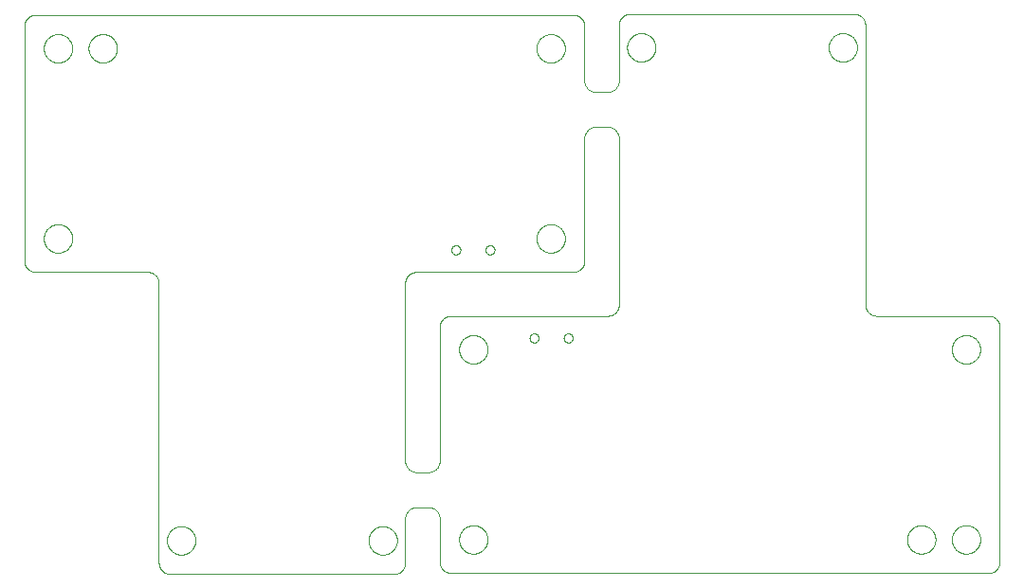
<source format=gko>
%MOIN*%
%OFA0B0*%
%FSLAX44Y44*%
%IPPOS*%
%LPD*%
%ADD10C,0*%
D10*
X00022257Y00019611D02*
X00022257Y00019611D01*
X00022271Y00019611D01*
X00022285Y00019610D01*
X00022299Y00019609D01*
X00022313Y00019608D01*
X00022327Y00019606D01*
X00022341Y00019604D01*
X00022355Y00019602D01*
X00022369Y00019599D01*
X00022382Y00019596D01*
X00022396Y00019592D01*
X00022410Y00019588D01*
X00022423Y00019584D01*
X00022436Y00019579D01*
X00022449Y00019574D01*
X00022462Y00019568D01*
X00022475Y00019562D01*
X00022488Y00019556D01*
X00022500Y00019550D01*
X00022512Y00019543D01*
X00022525Y00019535D01*
X00022536Y00019528D01*
X00022548Y00019520D01*
X00022559Y00019512D01*
X00022571Y00019503D01*
X00022582Y00019494D01*
X00022592Y00019485D01*
X00022603Y00019475D01*
X00022613Y00019466D01*
X00022623Y00019456D01*
X00022632Y00019445D01*
X00022641Y00019435D01*
X00022650Y00019424D01*
X00022659Y00019413D01*
X00022667Y00019401D01*
X00022675Y00019390D01*
X00022683Y00019378D01*
X00022690Y00019366D01*
X00022698Y00019354D01*
X00022704Y00019341D01*
X00022710Y00019329D01*
X00022716Y00019316D01*
X00022722Y00019303D01*
X00022727Y00019290D01*
X00022732Y00019277D01*
X00022737Y00019263D01*
X00022741Y00019250D01*
X00022744Y00019236D01*
X00022748Y00019223D01*
X00022751Y00019209D01*
X00022753Y00019195D01*
X00022755Y00019181D01*
X00022757Y00019167D01*
X00022759Y00019153D01*
X00022760Y00019139D01*
X00022760Y00019125D01*
X00022760Y00019111D01*
X00022760Y00019097D01*
X00022760Y00019083D01*
X00022759Y00019069D01*
X00022757Y00019055D01*
X00022755Y00019041D01*
X00022753Y00019027D01*
X00022751Y00019013D01*
X00022748Y00018999D01*
X00022744Y00018985D01*
X00022741Y00018972D01*
X00022737Y00018958D01*
X00022732Y00018945D01*
X00022727Y00018932D01*
X00022722Y00018919D01*
X00022716Y00018906D01*
X00022710Y00018893D01*
X00022704Y00018880D01*
X00022698Y00018868D01*
X00022690Y00018856D01*
X00022683Y00018844D01*
X00022675Y00018832D01*
X00022667Y00018820D01*
X00022659Y00018809D01*
X00022650Y00018798D01*
X00022641Y00018787D01*
X00022632Y00018776D01*
X00022623Y00018766D01*
X00022613Y00018756D01*
X00022603Y00018746D01*
X00022592Y00018737D01*
X00022582Y00018728D01*
X00022571Y00018719D01*
X00022559Y00018710D01*
X00022548Y00018702D01*
X00022536Y00018694D01*
X00022525Y00018686D01*
X00022512Y00018679D01*
X00022500Y00018672D01*
X00022488Y00018666D01*
X00022475Y00018659D01*
X00022462Y00018653D01*
X00022449Y00018648D01*
X00022436Y00018643D01*
X00022423Y00018638D01*
X00022410Y00018634D01*
X00022396Y00018630D01*
X00022382Y00018626D01*
X00022369Y00018623D01*
X00022355Y00018620D01*
X00022341Y00018617D01*
X00022327Y00018615D01*
X00022313Y00018614D01*
X00022299Y00018612D01*
X00022285Y00018611D01*
X00022271Y00018611D01*
X00022257Y00018611D01*
X00022243Y00018611D01*
X00022229Y00018612D01*
X00022215Y00018613D01*
X00022201Y00018614D01*
X00022187Y00018616D01*
X00022173Y00018619D01*
X00022159Y00018621D01*
X00022145Y00018624D01*
X00022132Y00018628D01*
X00022118Y00018632D01*
X00022105Y00018636D01*
X00022091Y00018640D01*
X00022078Y00018645D01*
X00022065Y00018651D01*
X00022052Y00018656D01*
X00022039Y00018662D01*
X00022027Y00018669D01*
X00022015Y00018676D01*
X00022002Y00018683D01*
X00021990Y00018690D01*
X00021979Y00018698D01*
X00021967Y00018706D01*
X00021956Y00018714D01*
X00021945Y00018723D01*
X00021934Y00018732D01*
X00021923Y00018741D01*
X00021913Y00018751D01*
X00021903Y00018761D01*
X00021893Y00018771D01*
X00021884Y00018782D01*
X00021875Y00018792D01*
X00021866Y00018803D01*
X00021858Y00018815D01*
X00021849Y00018826D01*
X00021842Y00018838D01*
X00021834Y00018850D01*
X00021827Y00018862D01*
X00021820Y00018874D01*
X00021814Y00018887D01*
X00021807Y00018899D01*
X00021802Y00018912D01*
X00021796Y00018925D01*
X00021791Y00018938D01*
X00021786Y00018952D01*
X00021782Y00018965D01*
X00021778Y00018979D01*
X00021775Y00018992D01*
X00021772Y00019006D01*
X00021769Y00019020D01*
X00021766Y00019034D01*
X00021764Y00019048D01*
X00021763Y00019062D01*
X00021762Y00019076D01*
X00021761Y00019090D01*
X00021760Y00019104D01*
X00021760Y00019118D01*
X00021761Y00019132D01*
X00021762Y00019146D01*
X00021763Y00019160D01*
X00021764Y00019174D01*
X00021766Y00019188D01*
X00021769Y00019202D01*
X00021772Y00019216D01*
X00021775Y00019229D01*
X00021778Y00019243D01*
X00021782Y00019257D01*
X00021786Y00019270D01*
X00021791Y00019283D01*
X00021796Y00019296D01*
X00021802Y00019309D01*
X00021807Y00019322D01*
X00021814Y00019335D01*
X00021820Y00019348D01*
X00021827Y00019360D01*
X00021834Y00019372D01*
X00021842Y00019384D01*
X00021849Y00019396D01*
X00021858Y00019407D01*
X00021866Y00019418D01*
X00021875Y00019429D01*
X00021884Y00019440D01*
X00021893Y00019450D01*
X00021903Y00019461D01*
X00021913Y00019471D01*
X00021923Y00019480D01*
X00021934Y00019490D01*
X00021945Y00019499D01*
X00021956Y00019507D01*
X00021967Y00019516D01*
X00021979Y00019524D01*
X00021990Y00019532D01*
X00022002Y00019539D01*
X00022015Y00019546D01*
X00022027Y00019553D01*
X00022039Y00019559D01*
X00022052Y00019565D01*
X00022065Y00019571D01*
X00022078Y00019576D01*
X00022091Y00019581D01*
X00022105Y00019586D01*
X00022118Y00019590D01*
X00022132Y00019594D01*
X00022145Y00019597D01*
X00022159Y00019600D01*
X00022173Y00019603D01*
X00022187Y00019605D01*
X00022201Y00019607D01*
X00022215Y00019609D01*
X00022229Y00019610D01*
X00022243Y00019611D01*
X00022257Y00019611D01*
X00029344Y00019611D02*
X00029344Y00019611D01*
X00029358Y00019611D01*
X00029372Y00019610D01*
X00029386Y00019609D01*
X00029400Y00019608D01*
X00029414Y00019606D01*
X00029428Y00019604D01*
X00029442Y00019602D01*
X00029455Y00019599D01*
X00029469Y00019596D01*
X00029483Y00019592D01*
X00029496Y00019588D01*
X00029510Y00019584D01*
X00029523Y00019579D01*
X00029536Y00019574D01*
X00029549Y00019568D01*
X00029562Y00019562D01*
X00029574Y00019556D01*
X00029587Y00019550D01*
X00029599Y00019543D01*
X00029611Y00019535D01*
X00029623Y00019528D01*
X00029635Y00019520D01*
X00029646Y00019512D01*
X00029657Y00019503D01*
X00029668Y00019494D01*
X00029679Y00019485D01*
X00029689Y00019475D01*
X00029699Y00019466D01*
X00029709Y00019456D01*
X00029719Y00019445D01*
X00029728Y00019435D01*
X00029737Y00019424D01*
X00029746Y00019413D01*
X00029754Y00019401D01*
X00029762Y00019390D01*
X00029770Y00019378D01*
X00029777Y00019366D01*
X00029784Y00019354D01*
X00029791Y00019341D01*
X00029797Y00019329D01*
X00029803Y00019316D01*
X00029809Y00019303D01*
X00029814Y00019290D01*
X00029819Y00019277D01*
X00029823Y00019263D01*
X00029827Y00019250D01*
X00029831Y00019236D01*
X00029834Y00019223D01*
X00029837Y00019209D01*
X00029840Y00019195D01*
X00029842Y00019181D01*
X00029844Y00019167D01*
X00029845Y00019153D01*
X00029846Y00019139D01*
X00029847Y00019125D01*
X00029847Y00019111D01*
X00029847Y00019097D01*
X00029846Y00019083D01*
X00029845Y00019069D01*
X00029844Y00019055D01*
X00029842Y00019041D01*
X00029840Y00019027D01*
X00029837Y00019013D01*
X00029834Y00018999D01*
X00029831Y00018985D01*
X00029827Y00018972D01*
X00029823Y00018958D01*
X00029819Y00018945D01*
X00029814Y00018932D01*
X00029809Y00018919D01*
X00029803Y00018906D01*
X00029797Y00018893D01*
X00029791Y00018880D01*
X00029784Y00018868D01*
X00029777Y00018856D01*
X00029770Y00018844D01*
X00029762Y00018832D01*
X00029754Y00018820D01*
X00029746Y00018809D01*
X00029737Y00018798D01*
X00029728Y00018787D01*
X00029719Y00018776D01*
X00029709Y00018766D01*
X00029699Y00018756D01*
X00029689Y00018746D01*
X00029679Y00018737D01*
X00029668Y00018728D01*
X00029657Y00018719D01*
X00029646Y00018710D01*
X00029635Y00018702D01*
X00029623Y00018694D01*
X00029611Y00018686D01*
X00029599Y00018679D01*
X00029587Y00018672D01*
X00029574Y00018666D01*
X00029562Y00018659D01*
X00029549Y00018653D01*
X00029536Y00018648D01*
X00029523Y00018643D01*
X00029510Y00018638D01*
X00029496Y00018634D01*
X00029483Y00018630D01*
X00029469Y00018626D01*
X00029455Y00018623D01*
X00029442Y00018620D01*
X00029428Y00018617D01*
X00029414Y00018615D01*
X00029400Y00018614D01*
X00029386Y00018612D01*
X00029372Y00018611D01*
X00029358Y00018611D01*
X00029344Y00018611D01*
X00029329Y00018611D01*
X00029315Y00018612D01*
X00029301Y00018613D01*
X00029287Y00018614D01*
X00029273Y00018616D01*
X00029259Y00018619D01*
X00029246Y00018621D01*
X00029232Y00018624D01*
X00029218Y00018628D01*
X00029205Y00018632D01*
X00029191Y00018636D01*
X00029178Y00018640D01*
X00029165Y00018645D01*
X00029152Y00018651D01*
X00029139Y00018656D01*
X00029126Y00018662D01*
X00029113Y00018669D01*
X00029101Y00018676D01*
X00029089Y00018683D01*
X00029077Y00018690D01*
X00029065Y00018698D01*
X00029054Y00018706D01*
X00029042Y00018714D01*
X00029031Y00018723D01*
X00029021Y00018732D01*
X00029010Y00018741D01*
X00029000Y00018751D01*
X00028990Y00018761D01*
X00028980Y00018771D01*
X00028971Y00018782D01*
X00028962Y00018792D01*
X00028953Y00018803D01*
X00028944Y00018815D01*
X00028936Y00018826D01*
X00028928Y00018838D01*
X00028921Y00018850D01*
X00028913Y00018862D01*
X00028907Y00018874D01*
X00028900Y00018887D01*
X00028894Y00018899D01*
X00028888Y00018912D01*
X00028883Y00018925D01*
X00028878Y00018938D01*
X00028873Y00018952D01*
X00028869Y00018965D01*
X00028865Y00018979D01*
X00028861Y00018992D01*
X00028858Y00019006D01*
X00028855Y00019020D01*
X00028853Y00019034D01*
X00028851Y00019048D01*
X00028849Y00019062D01*
X00028848Y00019076D01*
X00028847Y00019090D01*
X00028847Y00019104D01*
X00028847Y00019118D01*
X00028847Y00019132D01*
X00028848Y00019146D01*
X00028849Y00019160D01*
X00028851Y00019174D01*
X00028853Y00019188D01*
X00028855Y00019202D01*
X00028858Y00019216D01*
X00028861Y00019229D01*
X00028865Y00019243D01*
X00028869Y00019257D01*
X00028873Y00019270D01*
X00028878Y00019283D01*
X00028883Y00019296D01*
X00028888Y00019309D01*
X00028894Y00019322D01*
X00028900Y00019335D01*
X00028907Y00019348D01*
X00028913Y00019360D01*
X00028921Y00019372D01*
X00028928Y00019384D01*
X00028936Y00019396D01*
X00028944Y00019407D01*
X00028953Y00019418D01*
X00028962Y00019429D01*
X00028971Y00019440D01*
X00028980Y00019450D01*
X00028990Y00019461D01*
X00029000Y00019471D01*
X00029010Y00019480D01*
X00029021Y00019490D01*
X00029031Y00019499D01*
X00029042Y00019507D01*
X00029054Y00019516D01*
X00029065Y00019524D01*
X00029077Y00019532D01*
X00029089Y00019539D01*
X00029101Y00019546D01*
X00029113Y00019553D01*
X00029126Y00019559D01*
X00029139Y00019565D01*
X00029152Y00019571D01*
X00029165Y00019576D01*
X00029178Y00019581D01*
X00029191Y00019586D01*
X00029205Y00019590D01*
X00029218Y00019594D01*
X00029232Y00019597D01*
X00029246Y00019600D01*
X00029259Y00019603D01*
X00029273Y00019605D01*
X00029287Y00019607D01*
X00029301Y00019609D01*
X00029315Y00019610D01*
X00029329Y00019611D01*
X00029344Y00019611D01*
X00018496Y00009042D02*
X00018496Y00009042D01*
X00018504Y00009042D01*
X00018512Y00009041D01*
X00018520Y00009040D01*
X00018528Y00009038D01*
X00018535Y00009036D01*
X00018543Y00009034D01*
X00018550Y00009031D01*
X00018558Y00009028D01*
X00018565Y00009024D01*
X00018572Y00009021D01*
X00018579Y00009016D01*
X00018585Y00009012D01*
X00018592Y00009007D01*
X00018598Y00009002D01*
X00018604Y00008997D01*
X00018609Y00008991D01*
X00018615Y00008985D01*
X00018619Y00008979D01*
X00018624Y00008972D01*
X00018628Y00008965D01*
X00018632Y00008959D01*
X00018636Y00008951D01*
X00018639Y00008944D01*
X00018642Y00008937D01*
X00018645Y00008929D01*
X00018647Y00008922D01*
X00018649Y00008914D01*
X00018650Y00008906D01*
X00018651Y00008898D01*
X00018652Y00008890D01*
X00018652Y00008882D01*
X00018652Y00008874D01*
X00018651Y00008866D01*
X00018650Y00008858D01*
X00018649Y00008850D01*
X00018647Y00008843D01*
X00018645Y00008835D01*
X00018642Y00008827D01*
X00018639Y00008820D01*
X00018636Y00008813D01*
X00018632Y00008806D01*
X00018628Y00008799D01*
X00018624Y00008792D01*
X00018619Y00008785D01*
X00018615Y00008779D01*
X00018609Y00008773D01*
X00018604Y00008768D01*
X00018598Y00008762D01*
X00018592Y00008757D01*
X00018585Y00008752D01*
X00018579Y00008748D01*
X00018572Y00008743D01*
X00018565Y00008740D01*
X00018558Y00008736D01*
X00018550Y00008733D01*
X00018543Y00008730D01*
X00018535Y00008728D01*
X00018528Y00008726D01*
X00018520Y00008724D01*
X00018512Y00008723D01*
X00018504Y00008722D01*
X00018496Y00008722D01*
X00018488Y00008722D01*
X00018480Y00008722D01*
X00018472Y00008723D01*
X00018464Y00008724D01*
X00018456Y00008726D01*
X00018449Y00008728D01*
X00018441Y00008730D01*
X00018433Y00008733D01*
X00018426Y00008736D01*
X00018419Y00008740D01*
X00018412Y00008743D01*
X00018405Y00008748D01*
X00018399Y00008752D01*
X00018392Y00008757D01*
X00018386Y00008762D01*
X00018380Y00008768D01*
X00018375Y00008773D01*
X00018369Y00008779D01*
X00018364Y00008785D01*
X00018360Y00008792D01*
X00018355Y00008799D01*
X00018351Y00008806D01*
X00018348Y00008813D01*
X00018345Y00008820D01*
X00018342Y00008827D01*
X00018339Y00008835D01*
X00018337Y00008843D01*
X00018335Y00008850D01*
X00018334Y00008858D01*
X00018333Y00008866D01*
X00018332Y00008874D01*
X00018332Y00008882D01*
X00018332Y00008890D01*
X00018333Y00008898D01*
X00018334Y00008906D01*
X00018335Y00008914D01*
X00018337Y00008922D01*
X00018339Y00008929D01*
X00018342Y00008937D01*
X00018345Y00008944D01*
X00018348Y00008951D01*
X00018351Y00008959D01*
X00018355Y00008965D01*
X00018360Y00008972D01*
X00018364Y00008979D01*
X00018369Y00008985D01*
X00018375Y00008991D01*
X00018380Y00008997D01*
X00018386Y00009002D01*
X00018392Y00009007D01*
X00018399Y00009012D01*
X00018405Y00009016D01*
X00018412Y00009021D01*
X00018419Y00009024D01*
X00018426Y00009028D01*
X00018433Y00009031D01*
X00018441Y00009034D01*
X00018449Y00009036D01*
X00018456Y00009038D01*
X00018464Y00009040D01*
X00018472Y00009041D01*
X00018480Y00009042D01*
X00018488Y00009042D01*
X00018496Y00009042D01*
X00019696Y00009042D02*
X00019696Y00009042D01*
X00019704Y00009042D01*
X00019712Y00009041D01*
X00019720Y00009040D01*
X00019728Y00009038D01*
X00019735Y00009036D01*
X00019743Y00009034D01*
X00019750Y00009031D01*
X00019758Y00009028D01*
X00019765Y00009024D01*
X00019772Y00009021D01*
X00019779Y00009016D01*
X00019785Y00009012D01*
X00019792Y00009007D01*
X00019798Y00009002D01*
X00019804Y00008997D01*
X00019809Y00008991D01*
X00019815Y00008985D01*
X00019819Y00008979D01*
X00019824Y00008972D01*
X00019828Y00008965D01*
X00019832Y00008959D01*
X00019836Y00008951D01*
X00019839Y00008944D01*
X00019842Y00008937D01*
X00019845Y00008929D01*
X00019847Y00008922D01*
X00019849Y00008914D01*
X00019850Y00008906D01*
X00019851Y00008898D01*
X00019852Y00008890D01*
X00019852Y00008882D01*
X00019852Y00008874D01*
X00019851Y00008866D01*
X00019850Y00008858D01*
X00019849Y00008850D01*
X00019847Y00008843D01*
X00019845Y00008835D01*
X00019842Y00008827D01*
X00019839Y00008820D01*
X00019836Y00008813D01*
X00019832Y00008806D01*
X00019828Y00008799D01*
X00019824Y00008792D01*
X00019819Y00008785D01*
X00019815Y00008779D01*
X00019809Y00008773D01*
X00019804Y00008768D01*
X00019798Y00008762D01*
X00019792Y00008757D01*
X00019785Y00008752D01*
X00019779Y00008748D01*
X00019772Y00008743D01*
X00019765Y00008740D01*
X00019758Y00008736D01*
X00019750Y00008733D01*
X00019743Y00008730D01*
X00019735Y00008728D01*
X00019728Y00008726D01*
X00019720Y00008724D01*
X00019712Y00008723D01*
X00019704Y00008722D01*
X00019696Y00008722D01*
X00019688Y00008722D01*
X00019680Y00008722D01*
X00019672Y00008723D01*
X00019664Y00008724D01*
X00019656Y00008726D01*
X00019649Y00008728D01*
X00019641Y00008730D01*
X00019633Y00008733D01*
X00019626Y00008736D01*
X00019619Y00008740D01*
X00019612Y00008743D01*
X00019605Y00008748D01*
X00019599Y00008752D01*
X00019592Y00008757D01*
X00019586Y00008762D01*
X00019580Y00008768D01*
X00019575Y00008773D01*
X00019569Y00008779D01*
X00019564Y00008785D01*
X00019560Y00008792D01*
X00019555Y00008799D01*
X00019551Y00008806D01*
X00019548Y00008813D01*
X00019545Y00008820D01*
X00019542Y00008827D01*
X00019539Y00008835D01*
X00019537Y00008843D01*
X00019535Y00008850D01*
X00019534Y00008858D01*
X00019533Y00008866D01*
X00019532Y00008874D01*
X00019532Y00008882D01*
X00019532Y00008890D01*
X00019533Y00008898D01*
X00019534Y00008906D01*
X00019535Y00008914D01*
X00019537Y00008922D01*
X00019539Y00008929D01*
X00019542Y00008937D01*
X00019545Y00008944D01*
X00019548Y00008951D01*
X00019551Y00008959D01*
X00019555Y00008965D01*
X00019560Y00008972D01*
X00019564Y00008979D01*
X00019569Y00008985D01*
X00019575Y00008991D01*
X00019580Y00008997D01*
X00019586Y00009002D01*
X00019592Y00009007D01*
X00019599Y00009012D01*
X00019605Y00009016D01*
X00019612Y00009021D01*
X00019619Y00009024D01*
X00019626Y00009028D01*
X00019633Y00009031D01*
X00019641Y00009034D01*
X00019649Y00009036D01*
X00019656Y00009038D01*
X00019664Y00009040D01*
X00019672Y00009041D01*
X00019680Y00009042D01*
X00019688Y00009042D01*
X00019696Y00009042D01*
X00033674Y00008981D02*
X00033674Y00008981D01*
X00033688Y00008981D01*
X00033702Y00008980D01*
X00033716Y00008979D01*
X00033730Y00008978D01*
X00033744Y00008976D01*
X00033758Y00008974D01*
X00033772Y00008972D01*
X00033786Y00008969D01*
X00033800Y00008966D01*
X00033813Y00008962D01*
X00033827Y00008958D01*
X00033840Y00008954D01*
X00033854Y00008949D01*
X00033867Y00008944D01*
X00033880Y00008938D01*
X00033892Y00008933D01*
X00033905Y00008926D01*
X00033918Y00008920D01*
X00033930Y00008913D01*
X00033942Y00008906D01*
X00033954Y00008898D01*
X00033965Y00008890D01*
X00033977Y00008882D01*
X00033988Y00008873D01*
X00033999Y00008864D01*
X00034010Y00008855D01*
X00034020Y00008846D01*
X00034030Y00008836D01*
X00034040Y00008826D01*
X00034049Y00008815D01*
X00034059Y00008805D01*
X00034068Y00008794D01*
X00034076Y00008783D01*
X00034085Y00008771D01*
X00034093Y00008760D01*
X00034100Y00008748D01*
X00034108Y00008736D01*
X00034115Y00008724D01*
X00034121Y00008711D01*
X00034128Y00008699D01*
X00034134Y00008686D01*
X00034139Y00008673D01*
X00034145Y00008660D01*
X00034149Y00008647D01*
X00034154Y00008633D01*
X00034158Y00008620D01*
X00034162Y00008606D01*
X00034165Y00008593D01*
X00034168Y00008579D01*
X00034171Y00008565D01*
X00034173Y00008551D01*
X00034175Y00008537D01*
X00034176Y00008523D01*
X00034177Y00008509D01*
X00034178Y00008495D01*
X00034178Y00008481D01*
X00034178Y00008467D01*
X00034177Y00008453D01*
X00034176Y00008439D01*
X00034175Y00008425D01*
X00034173Y00008411D01*
X00034171Y00008397D01*
X00034168Y00008383D01*
X00034165Y00008369D01*
X00034162Y00008356D01*
X00034158Y00008342D01*
X00034154Y00008328D01*
X00034149Y00008315D01*
X00034145Y00008302D01*
X00034139Y00008289D01*
X00034134Y00008276D01*
X00034128Y00008263D01*
X00034121Y00008251D01*
X00034115Y00008238D01*
X00034108Y00008226D01*
X00034100Y00008214D01*
X00034093Y00008202D01*
X00034085Y00008190D01*
X00034076Y00008179D01*
X00034068Y00008168D01*
X00034059Y00008157D01*
X00034049Y00008147D01*
X00034040Y00008136D01*
X00034030Y00008126D01*
X00034020Y00008116D01*
X00034010Y00008107D01*
X00033999Y00008098D01*
X00033988Y00008089D01*
X00033977Y00008080D01*
X00033965Y00008072D01*
X00033954Y00008064D01*
X00033942Y00008056D01*
X00033930Y00008049D01*
X00033918Y00008042D01*
X00033905Y00008036D01*
X00033892Y00008029D01*
X00033880Y00008024D01*
X00033867Y00008018D01*
X00033854Y00008013D01*
X00033840Y00008008D01*
X00033827Y00008004D01*
X00033813Y00008000D01*
X00033800Y00007996D01*
X00033786Y00007993D01*
X00033772Y00007990D01*
X00033758Y00007987D01*
X00033744Y00007985D01*
X00033730Y00007984D01*
X00033716Y00007982D01*
X00033702Y00007982D01*
X00033688Y00007981D01*
X00033674Y00007981D01*
X00033660Y00007981D01*
X00033646Y00007982D01*
X00033632Y00007983D01*
X00033618Y00007985D01*
X00033604Y00007986D01*
X00033590Y00007989D01*
X00033576Y00007991D01*
X00033563Y00007994D01*
X00033549Y00007998D01*
X00033535Y00008002D01*
X00033522Y00008006D01*
X00033509Y00008010D01*
X00033495Y00008015D01*
X00033482Y00008021D01*
X00033469Y00008026D01*
X00033457Y00008032D01*
X00033444Y00008039D01*
X00033432Y00008046D01*
X00033420Y00008053D01*
X00033408Y00008060D01*
X00033396Y00008068D01*
X00033384Y00008076D01*
X00033373Y00008084D01*
X00033362Y00008093D01*
X00033351Y00008102D01*
X00033341Y00008112D01*
X00033330Y00008121D01*
X00033320Y00008131D01*
X00033311Y00008141D01*
X00033301Y00008152D01*
X00033292Y00008163D01*
X00033283Y00008174D01*
X00033275Y00008185D01*
X00033267Y00008196D01*
X00033259Y00008208D01*
X00033251Y00008220D01*
X00033244Y00008232D01*
X00033237Y00008244D01*
X00033231Y00008257D01*
X00033225Y00008269D01*
X00033219Y00008282D01*
X00033213Y00008295D01*
X00033208Y00008308D01*
X00033204Y00008322D01*
X00033199Y00008335D01*
X00033196Y00008349D01*
X00033192Y00008362D01*
X00033189Y00008376D01*
X00033186Y00008390D01*
X00033184Y00008404D01*
X00033182Y00008418D01*
X00033180Y00008432D01*
X00033179Y00008446D01*
X00033178Y00008460D01*
X00033178Y00008474D01*
X00033178Y00008488D01*
X00033178Y00008502D01*
X00033179Y00008516D01*
X00033180Y00008530D01*
X00033182Y00008544D01*
X00033184Y00008558D01*
X00033186Y00008572D01*
X00033189Y00008586D01*
X00033192Y00008600D01*
X00033196Y00008613D01*
X00033199Y00008627D01*
X00033204Y00008640D01*
X00033208Y00008653D01*
X00033213Y00008667D01*
X00033219Y00008680D01*
X00033225Y00008692D01*
X00033231Y00008705D01*
X00033237Y00008718D01*
X00033244Y00008730D01*
X00033251Y00008742D01*
X00033259Y00008754D01*
X00033267Y00008766D01*
X00033275Y00008777D01*
X00033283Y00008788D01*
X00033292Y00008799D01*
X00033301Y00008810D01*
X00033311Y00008821D01*
X00033320Y00008831D01*
X00033330Y00008841D01*
X00033341Y00008850D01*
X00033351Y00008860D01*
X00033362Y00008869D01*
X00033373Y00008877D01*
X00033384Y00008886D01*
X00033396Y00008894D01*
X00033408Y00008902D01*
X00033420Y00008909D01*
X00033432Y00008916D01*
X00033444Y00008923D01*
X00033457Y00008929D01*
X00033469Y00008935D01*
X00033482Y00008941D01*
X00033495Y00008947D01*
X00033509Y00008951D01*
X00033522Y00008956D01*
X00033535Y00008960D01*
X00033549Y00008964D01*
X00033563Y00008968D01*
X00033576Y00008971D01*
X00033590Y00008973D01*
X00033604Y00008975D01*
X00033618Y00008977D01*
X00033632Y00008979D01*
X00033646Y00008980D01*
X00033660Y00008981D01*
X00033674Y00008981D01*
X00016351Y00008981D02*
X00016351Y00008981D01*
X00016366Y00008981D01*
X00016380Y00008980D01*
X00016394Y00008979D01*
X00016408Y00008978D01*
X00016422Y00008976D01*
X00016436Y00008974D01*
X00016449Y00008972D01*
X00016463Y00008969D01*
X00016477Y00008966D01*
X00016491Y00008962D01*
X00016504Y00008958D01*
X00016517Y00008954D01*
X00016531Y00008949D01*
X00016544Y00008944D01*
X00016557Y00008938D01*
X00016570Y00008933D01*
X00016582Y00008926D01*
X00016595Y00008920D01*
X00016607Y00008913D01*
X00016619Y00008906D01*
X00016631Y00008898D01*
X00016643Y00008890D01*
X00016654Y00008882D01*
X00016665Y00008873D01*
X00016676Y00008864D01*
X00016687Y00008855D01*
X00016697Y00008846D01*
X00016707Y00008836D01*
X00016717Y00008826D01*
X00016727Y00008815D01*
X00016736Y00008805D01*
X00016745Y00008794D01*
X00016754Y00008783D01*
X00016762Y00008771D01*
X00016770Y00008760D01*
X00016778Y00008748D01*
X00016785Y00008736D01*
X00016792Y00008724D01*
X00016799Y00008711D01*
X00016805Y00008699D01*
X00016811Y00008686D01*
X00016817Y00008673D01*
X00016822Y00008660D01*
X00016827Y00008647D01*
X00016831Y00008633D01*
X00016835Y00008620D01*
X00016839Y00008606D01*
X00016842Y00008593D01*
X00016845Y00008579D01*
X00016848Y00008565D01*
X00016850Y00008551D01*
X00016852Y00008537D01*
X00016853Y00008523D01*
X00016854Y00008509D01*
X00016855Y00008495D01*
X00016855Y00008481D01*
X00016855Y00008467D01*
X00016854Y00008453D01*
X00016853Y00008439D01*
X00016852Y00008425D01*
X00016850Y00008411D01*
X00016848Y00008397D01*
X00016845Y00008383D01*
X00016842Y00008369D01*
X00016839Y00008356D01*
X00016835Y00008342D01*
X00016831Y00008328D01*
X00016827Y00008315D01*
X00016822Y00008302D01*
X00016817Y00008289D01*
X00016811Y00008276D01*
X00016805Y00008263D01*
X00016799Y00008251D01*
X00016792Y00008238D01*
X00016785Y00008226D01*
X00016778Y00008214D01*
X00016770Y00008202D01*
X00016762Y00008190D01*
X00016754Y00008179D01*
X00016745Y00008168D01*
X00016736Y00008157D01*
X00016727Y00008147D01*
X00016717Y00008136D01*
X00016707Y00008126D01*
X00016697Y00008116D01*
X00016687Y00008107D01*
X00016676Y00008098D01*
X00016665Y00008089D01*
X00016654Y00008080D01*
X00016643Y00008072D01*
X00016631Y00008064D01*
X00016619Y00008056D01*
X00016607Y00008049D01*
X00016595Y00008042D01*
X00016582Y00008036D01*
X00016570Y00008029D01*
X00016557Y00008024D01*
X00016544Y00008018D01*
X00016531Y00008013D01*
X00016517Y00008008D01*
X00016504Y00008004D01*
X00016491Y00008000D01*
X00016477Y00007996D01*
X00016463Y00007993D01*
X00016449Y00007990D01*
X00016436Y00007987D01*
X00016422Y00007985D01*
X00016408Y00007984D01*
X00016394Y00007982D01*
X00016380Y00007982D01*
X00016366Y00007981D01*
X00016351Y00007981D01*
X00016337Y00007981D01*
X00016323Y00007982D01*
X00016309Y00007983D01*
X00016295Y00007985D01*
X00016281Y00007986D01*
X00016267Y00007989D01*
X00016254Y00007991D01*
X00016240Y00007994D01*
X00016226Y00007998D01*
X00016213Y00008002D01*
X00016199Y00008006D01*
X00016186Y00008010D01*
X00016173Y00008015D01*
X00016160Y00008021D01*
X00016147Y00008026D01*
X00016134Y00008032D01*
X00016121Y00008039D01*
X00016109Y00008046D01*
X00016097Y00008053D01*
X00016085Y00008060D01*
X00016073Y00008068D01*
X00016062Y00008076D01*
X00016050Y00008084D01*
X00016039Y00008093D01*
X00016028Y00008102D01*
X00016018Y00008112D01*
X00016008Y00008121D01*
X00015998Y00008131D01*
X00015988Y00008141D01*
X00015979Y00008152D01*
X00015969Y00008163D01*
X00015961Y00008174D01*
X00015952Y00008185D01*
X00015944Y00008196D01*
X00015936Y00008208D01*
X00015929Y00008220D01*
X00015921Y00008232D01*
X00015915Y00008244D01*
X00015908Y00008257D01*
X00015902Y00008269D01*
X00015896Y00008282D01*
X00015891Y00008295D01*
X00015886Y00008308D01*
X00015881Y00008322D01*
X00015877Y00008335D01*
X00015873Y00008349D01*
X00015869Y00008362D01*
X00015866Y00008376D01*
X00015863Y00008390D01*
X00015861Y00008404D01*
X00015859Y00008418D01*
X00015857Y00008432D01*
X00015856Y00008446D01*
X00015855Y00008460D01*
X00015855Y00008474D01*
X00015855Y00008488D01*
X00015855Y00008502D01*
X00015856Y00008516D01*
X00015857Y00008530D01*
X00015859Y00008544D01*
X00015861Y00008558D01*
X00015863Y00008572D01*
X00015866Y00008586D01*
X00015869Y00008600D01*
X00015873Y00008613D01*
X00015877Y00008627D01*
X00015881Y00008640D01*
X00015886Y00008653D01*
X00015891Y00008667D01*
X00015896Y00008680D01*
X00015902Y00008692D01*
X00015908Y00008705D01*
X00015915Y00008718D01*
X00015921Y00008730D01*
X00015929Y00008742D01*
X00015936Y00008754D01*
X00015944Y00008766D01*
X00015952Y00008777D01*
X00015961Y00008788D01*
X00015969Y00008799D01*
X00015979Y00008810D01*
X00015988Y00008821D01*
X00015998Y00008831D01*
X00016008Y00008841D01*
X00016018Y00008850D01*
X00016028Y00008860D01*
X00016039Y00008869D01*
X00016050Y00008877D01*
X00016062Y00008886D01*
X00016073Y00008894D01*
X00016085Y00008902D01*
X00016097Y00008909D01*
X00016109Y00008916D01*
X00016121Y00008923D01*
X00016134Y00008929D01*
X00016147Y00008935D01*
X00016160Y00008941D01*
X00016173Y00008947D01*
X00016186Y00008951D01*
X00016199Y00008956D01*
X00016213Y00008960D01*
X00016226Y00008964D01*
X00016240Y00008968D01*
X00016254Y00008971D01*
X00016267Y00008973D01*
X00016281Y00008975D01*
X00016295Y00008977D01*
X00016309Y00008979D01*
X00016323Y00008980D01*
X00016337Y00008981D01*
X00016351Y00008981D01*
X00033674Y00002288D02*
X00033674Y00002288D01*
X00033688Y00002288D01*
X00033702Y00002287D01*
X00033716Y00002287D01*
X00033730Y00002285D01*
X00033744Y00002284D01*
X00033758Y00002282D01*
X00033772Y00002279D01*
X00033786Y00002276D01*
X00033800Y00002273D01*
X00033813Y00002269D01*
X00033827Y00002265D01*
X00033840Y00002261D01*
X00033854Y00002256D01*
X00033867Y00002251D01*
X00033880Y00002245D01*
X00033892Y00002240D01*
X00033905Y00002233D01*
X00033918Y00002227D01*
X00033930Y00002220D01*
X00033942Y00002213D01*
X00033954Y00002205D01*
X00033965Y00002197D01*
X00033977Y00002189D01*
X00033988Y00002180D01*
X00033999Y00002171D01*
X00034010Y00002162D01*
X00034020Y00002153D01*
X00034030Y00002143D01*
X00034040Y00002133D01*
X00034049Y00002122D01*
X00034059Y00002112D01*
X00034068Y00002101D01*
X00034076Y00002090D01*
X00034085Y00002079D01*
X00034093Y00002067D01*
X00034100Y00002055D01*
X00034108Y00002043D01*
X00034115Y00002031D01*
X00034121Y00002018D01*
X00034128Y00002006D01*
X00034134Y00001993D01*
X00034139Y00001980D01*
X00034145Y00001967D01*
X00034149Y00001954D01*
X00034154Y00001941D01*
X00034158Y00001927D01*
X00034162Y00001913D01*
X00034165Y00001900D01*
X00034168Y00001886D01*
X00034171Y00001872D01*
X00034173Y00001858D01*
X00034175Y00001844D01*
X00034176Y00001830D01*
X00034177Y00001816D01*
X00034178Y00001802D01*
X00034178Y00001788D01*
X00034178Y00001774D01*
X00034177Y00001760D01*
X00034176Y00001746D01*
X00034175Y00001732D01*
X00034173Y00001718D01*
X00034171Y00001704D01*
X00034168Y00001690D01*
X00034165Y00001676D01*
X00034162Y00001663D01*
X00034158Y00001649D01*
X00034154Y00001636D01*
X00034149Y00001622D01*
X00034145Y00001609D01*
X00034139Y00001596D01*
X00034134Y00001583D01*
X00034128Y00001570D01*
X00034121Y00001558D01*
X00034115Y00001545D01*
X00034108Y00001533D01*
X00034100Y00001521D01*
X00034093Y00001509D01*
X00034085Y00001498D01*
X00034076Y00001486D01*
X00034068Y00001475D01*
X00034059Y00001464D01*
X00034049Y00001454D01*
X00034040Y00001443D01*
X00034030Y00001433D01*
X00034020Y00001423D01*
X00034010Y00001414D01*
X00033999Y00001405D01*
X00033988Y00001396D01*
X00033977Y00001387D01*
X00033965Y00001379D01*
X00033954Y00001371D01*
X00033942Y00001363D01*
X00033930Y00001356D01*
X00033918Y00001349D01*
X00033905Y00001343D01*
X00033892Y00001336D01*
X00033880Y00001331D01*
X00033867Y00001325D01*
X00033854Y00001320D01*
X00033840Y00001315D01*
X00033827Y00001311D01*
X00033813Y00001307D01*
X00033800Y00001303D01*
X00033786Y00001300D01*
X00033772Y00001297D01*
X00033758Y00001295D01*
X00033744Y00001293D01*
X00033730Y00001291D01*
X00033716Y00001290D01*
X00033702Y00001289D01*
X00033688Y00001288D01*
X00033674Y00001288D01*
X00033660Y00001288D01*
X00033646Y00001289D01*
X00033632Y00001290D01*
X00033618Y00001292D01*
X00033604Y00001294D01*
X00033590Y00001296D01*
X00033576Y00001298D01*
X00033563Y00001301D01*
X00033549Y00001305D01*
X00033535Y00001309D01*
X00033522Y00001313D01*
X00033509Y00001318D01*
X00033495Y00001322D01*
X00033482Y00001328D01*
X00033469Y00001334D01*
X00033457Y00001340D01*
X00033444Y00001346D01*
X00033432Y00001353D01*
X00033420Y00001360D01*
X00033408Y00001367D01*
X00033396Y00001375D01*
X00033384Y00001383D01*
X00033373Y00001392D01*
X00033362Y00001400D01*
X00033351Y00001409D01*
X00033341Y00001419D01*
X00033330Y00001428D01*
X00033320Y00001438D01*
X00033311Y00001448D01*
X00033301Y00001459D01*
X00033292Y00001470D01*
X00033283Y00001481D01*
X00033275Y00001492D01*
X00033267Y00001503D01*
X00033259Y00001515D01*
X00033251Y00001527D01*
X00033244Y00001539D01*
X00033237Y00001551D01*
X00033231Y00001564D01*
X00033225Y00001577D01*
X00033219Y00001589D01*
X00033213Y00001602D01*
X00033208Y00001616D01*
X00033204Y00001629D01*
X00033199Y00001642D01*
X00033196Y00001656D01*
X00033192Y00001669D01*
X00033189Y00001683D01*
X00033186Y00001697D01*
X00033184Y00001711D01*
X00033182Y00001725D01*
X00033180Y00001739D01*
X00033179Y00001753D01*
X00033178Y00001767D01*
X00033178Y00001781D01*
X00033178Y00001795D01*
X00033178Y00001809D01*
X00033179Y00001823D01*
X00033180Y00001837D01*
X00033182Y00001851D01*
X00033184Y00001865D01*
X00033186Y00001879D01*
X00033189Y00001893D01*
X00033192Y00001907D01*
X00033196Y00001920D01*
X00033199Y00001934D01*
X00033204Y00001947D01*
X00033208Y00001961D01*
X00033213Y00001974D01*
X00033219Y00001987D01*
X00033225Y00002000D01*
X00033231Y00002012D01*
X00033237Y00002025D01*
X00033244Y00002037D01*
X00033251Y00002049D01*
X00033259Y00002061D01*
X00033267Y00002073D01*
X00033275Y00002084D01*
X00033283Y00002095D01*
X00033292Y00002106D01*
X00033301Y00002117D01*
X00033311Y00002128D01*
X00033320Y00002138D01*
X00033330Y00002148D01*
X00033341Y00002157D01*
X00033351Y00002167D01*
X00033362Y00002176D01*
X00033373Y00002185D01*
X00033384Y00002193D01*
X00033396Y00002201D01*
X00033408Y00002209D01*
X00033420Y00002216D01*
X00033432Y00002223D01*
X00033444Y00002230D01*
X00033457Y00002237D01*
X00033469Y00002243D01*
X00033482Y00002248D01*
X00033495Y00002254D01*
X00033509Y00002259D01*
X00033522Y00002263D01*
X00033535Y00002267D01*
X00033549Y00002271D01*
X00033563Y00002275D01*
X00033576Y00002278D01*
X00033590Y00002280D01*
X00033604Y00002283D01*
X00033618Y00002284D01*
X00033632Y00002286D01*
X00033646Y00002287D01*
X00033660Y00002288D01*
X00033674Y00002288D01*
X00032099Y00002288D02*
X00032099Y00002288D01*
X00032114Y00002288D01*
X00032128Y00002287D01*
X00032142Y00002287D01*
X00032156Y00002285D01*
X00032170Y00002284D01*
X00032184Y00002282D01*
X00032197Y00002279D01*
X00032211Y00002276D01*
X00032225Y00002273D01*
X00032239Y00002269D01*
X00032252Y00002265D01*
X00032265Y00002261D01*
X00032279Y00002256D01*
X00032292Y00002251D01*
X00032305Y00002245D01*
X00032318Y00002240D01*
X00032330Y00002233D01*
X00032343Y00002227D01*
X00032355Y00002220D01*
X00032367Y00002213D01*
X00032379Y00002205D01*
X00032391Y00002197D01*
X00032402Y00002189D01*
X00032413Y00002180D01*
X00032424Y00002171D01*
X00032435Y00002162D01*
X00032445Y00002153D01*
X00032455Y00002143D01*
X00032465Y00002133D01*
X00032475Y00002122D01*
X00032484Y00002112D01*
X00032493Y00002101D01*
X00032502Y00002090D01*
X00032510Y00002079D01*
X00032518Y00002067D01*
X00032526Y00002055D01*
X00032533Y00002043D01*
X00032540Y00002031D01*
X00032547Y00002018D01*
X00032553Y00002006D01*
X00032559Y00001993D01*
X00032565Y00001980D01*
X00032570Y00001967D01*
X00032575Y00001954D01*
X00032579Y00001941D01*
X00032583Y00001927D01*
X00032587Y00001913D01*
X00032590Y00001900D01*
X00032593Y00001886D01*
X00032596Y00001872D01*
X00032598Y00001858D01*
X00032600Y00001844D01*
X00032601Y00001830D01*
X00032602Y00001816D01*
X00032603Y00001802D01*
X00032603Y00001788D01*
X00032603Y00001774D01*
X00032602Y00001760D01*
X00032601Y00001746D01*
X00032600Y00001732D01*
X00032598Y00001718D01*
X00032596Y00001704D01*
X00032593Y00001690D01*
X00032590Y00001676D01*
X00032587Y00001663D01*
X00032583Y00001649D01*
X00032579Y00001636D01*
X00032575Y00001622D01*
X00032570Y00001609D01*
X00032565Y00001596D01*
X00032559Y00001583D01*
X00032553Y00001570D01*
X00032547Y00001558D01*
X00032540Y00001545D01*
X00032533Y00001533D01*
X00032526Y00001521D01*
X00032518Y00001509D01*
X00032510Y00001498D01*
X00032502Y00001486D01*
X00032493Y00001475D01*
X00032484Y00001464D01*
X00032475Y00001454D01*
X00032465Y00001443D01*
X00032455Y00001433D01*
X00032445Y00001423D01*
X00032435Y00001414D01*
X00032424Y00001405D01*
X00032413Y00001396D01*
X00032402Y00001387D01*
X00032391Y00001379D01*
X00032379Y00001371D01*
X00032367Y00001363D01*
X00032355Y00001356D01*
X00032343Y00001349D01*
X00032330Y00001343D01*
X00032318Y00001336D01*
X00032305Y00001331D01*
X00032292Y00001325D01*
X00032279Y00001320D01*
X00032265Y00001315D01*
X00032252Y00001311D01*
X00032239Y00001307D01*
X00032225Y00001303D01*
X00032211Y00001300D01*
X00032197Y00001297D01*
X00032184Y00001295D01*
X00032170Y00001293D01*
X00032156Y00001291D01*
X00032142Y00001290D01*
X00032128Y00001289D01*
X00032114Y00001288D01*
X00032099Y00001288D01*
X00032085Y00001288D01*
X00032071Y00001289D01*
X00032057Y00001290D01*
X00032043Y00001292D01*
X00032029Y00001294D01*
X00032015Y00001296D01*
X00032002Y00001298D01*
X00031988Y00001301D01*
X00031974Y00001305D01*
X00031961Y00001309D01*
X00031947Y00001313D01*
X00031934Y00001318D01*
X00031921Y00001322D01*
X00031908Y00001328D01*
X00031895Y00001334D01*
X00031882Y00001340D01*
X00031869Y00001346D01*
X00031857Y00001353D01*
X00031845Y00001360D01*
X00031833Y00001367D01*
X00031821Y00001375D01*
X00031810Y00001383D01*
X00031798Y00001392D01*
X00031787Y00001400D01*
X00031776Y00001409D01*
X00031766Y00001419D01*
X00031756Y00001428D01*
X00031746Y00001438D01*
X00031736Y00001448D01*
X00031727Y00001459D01*
X00031717Y00001470D01*
X00031709Y00001481D01*
X00031700Y00001492D01*
X00031692Y00001503D01*
X00031684Y00001515D01*
X00031677Y00001527D01*
X00031669Y00001539D01*
X00031663Y00001551D01*
X00031656Y00001564D01*
X00031650Y00001577D01*
X00031644Y00001589D01*
X00031639Y00001602D01*
X00031634Y00001616D01*
X00031629Y00001629D01*
X00031625Y00001642D01*
X00031621Y00001656D01*
X00031617Y00001669D01*
X00031614Y00001683D01*
X00031611Y00001697D01*
X00031609Y00001711D01*
X00031607Y00001725D01*
X00031605Y00001739D01*
X00031604Y00001753D01*
X00031603Y00001767D01*
X00031603Y00001781D01*
X00031603Y00001795D01*
X00031603Y00001809D01*
X00031604Y00001823D01*
X00031605Y00001837D01*
X00031607Y00001851D01*
X00031609Y00001865D01*
X00031611Y00001879D01*
X00031614Y00001893D01*
X00031617Y00001907D01*
X00031621Y00001920D01*
X00031625Y00001934D01*
X00031629Y00001947D01*
X00031634Y00001961D01*
X00031639Y00001974D01*
X00031644Y00001987D01*
X00031650Y00002000D01*
X00031656Y00002012D01*
X00031663Y00002025D01*
X00031669Y00002037D01*
X00031677Y00002049D01*
X00031684Y00002061D01*
X00031692Y00002073D01*
X00031700Y00002084D01*
X00031709Y00002095D01*
X00031717Y00002106D01*
X00031727Y00002117D01*
X00031736Y00002128D01*
X00031746Y00002138D01*
X00031756Y00002148D01*
X00031766Y00002157D01*
X00031776Y00002167D01*
X00031787Y00002176D01*
X00031798Y00002185D01*
X00031810Y00002193D01*
X00031821Y00002201D01*
X00031833Y00002209D01*
X00031845Y00002216D01*
X00031857Y00002223D01*
X00031869Y00002230D01*
X00031882Y00002237D01*
X00031895Y00002243D01*
X00031908Y00002248D01*
X00031921Y00002254D01*
X00031934Y00002259D01*
X00031947Y00002263D01*
X00031961Y00002267D01*
X00031974Y00002271D01*
X00031988Y00002275D01*
X00032002Y00002278D01*
X00032015Y00002280D01*
X00032029Y00002283D01*
X00032043Y00002284D01*
X00032057Y00002286D01*
X00032071Y00002287D01*
X00032085Y00002288D01*
X00032099Y00002288D01*
X00016351Y00002288D02*
X00016351Y00002288D01*
X00016366Y00002288D01*
X00016380Y00002287D01*
X00016394Y00002287D01*
X00016408Y00002285D01*
X00016422Y00002284D01*
X00016436Y00002282D01*
X00016449Y00002279D01*
X00016463Y00002276D01*
X00016477Y00002273D01*
X00016491Y00002269D01*
X00016504Y00002265D01*
X00016517Y00002261D01*
X00016531Y00002256D01*
X00016544Y00002251D01*
X00016557Y00002245D01*
X00016570Y00002240D01*
X00016582Y00002233D01*
X00016595Y00002227D01*
X00016607Y00002220D01*
X00016619Y00002213D01*
X00016631Y00002205D01*
X00016643Y00002197D01*
X00016654Y00002189D01*
X00016665Y00002180D01*
X00016676Y00002171D01*
X00016687Y00002162D01*
X00016697Y00002153D01*
X00016707Y00002143D01*
X00016717Y00002133D01*
X00016727Y00002122D01*
X00016736Y00002112D01*
X00016745Y00002101D01*
X00016754Y00002090D01*
X00016762Y00002079D01*
X00016770Y00002067D01*
X00016778Y00002055D01*
X00016785Y00002043D01*
X00016792Y00002031D01*
X00016799Y00002018D01*
X00016805Y00002006D01*
X00016811Y00001993D01*
X00016817Y00001980D01*
X00016822Y00001967D01*
X00016827Y00001954D01*
X00016831Y00001941D01*
X00016835Y00001927D01*
X00016839Y00001913D01*
X00016842Y00001900D01*
X00016845Y00001886D01*
X00016848Y00001872D01*
X00016850Y00001858D01*
X00016852Y00001844D01*
X00016853Y00001830D01*
X00016854Y00001816D01*
X00016855Y00001802D01*
X00016855Y00001788D01*
X00016855Y00001774D01*
X00016854Y00001760D01*
X00016853Y00001746D01*
X00016852Y00001732D01*
X00016850Y00001718D01*
X00016848Y00001704D01*
X00016845Y00001690D01*
X00016842Y00001676D01*
X00016839Y00001663D01*
X00016835Y00001649D01*
X00016831Y00001636D01*
X00016827Y00001622D01*
X00016822Y00001609D01*
X00016817Y00001596D01*
X00016811Y00001583D01*
X00016805Y00001570D01*
X00016799Y00001558D01*
X00016792Y00001545D01*
X00016785Y00001533D01*
X00016778Y00001521D01*
X00016770Y00001509D01*
X00016762Y00001498D01*
X00016754Y00001486D01*
X00016745Y00001475D01*
X00016736Y00001464D01*
X00016727Y00001454D01*
X00016717Y00001443D01*
X00016707Y00001433D01*
X00016697Y00001423D01*
X00016687Y00001414D01*
X00016676Y00001405D01*
X00016665Y00001396D01*
X00016654Y00001387D01*
X00016643Y00001379D01*
X00016631Y00001371D01*
X00016619Y00001363D01*
X00016607Y00001356D01*
X00016595Y00001349D01*
X00016582Y00001343D01*
X00016570Y00001336D01*
X00016557Y00001331D01*
X00016544Y00001325D01*
X00016531Y00001320D01*
X00016517Y00001315D01*
X00016504Y00001311D01*
X00016491Y00001307D01*
X00016477Y00001303D01*
X00016463Y00001300D01*
X00016449Y00001297D01*
X00016436Y00001295D01*
X00016422Y00001293D01*
X00016408Y00001291D01*
X00016394Y00001290D01*
X00016380Y00001289D01*
X00016366Y00001288D01*
X00016351Y00001288D01*
X00016337Y00001288D01*
X00016323Y00001289D01*
X00016309Y00001290D01*
X00016295Y00001292D01*
X00016281Y00001294D01*
X00016267Y00001296D01*
X00016254Y00001298D01*
X00016240Y00001301D01*
X00016226Y00001305D01*
X00016213Y00001309D01*
X00016199Y00001313D01*
X00016186Y00001318D01*
X00016173Y00001322D01*
X00016160Y00001328D01*
X00016147Y00001334D01*
X00016134Y00001340D01*
X00016121Y00001346D01*
X00016109Y00001353D01*
X00016097Y00001360D01*
X00016085Y00001367D01*
X00016073Y00001375D01*
X00016062Y00001383D01*
X00016050Y00001392D01*
X00016039Y00001400D01*
X00016028Y00001409D01*
X00016018Y00001419D01*
X00016008Y00001428D01*
X00015998Y00001438D01*
X00015988Y00001448D01*
X00015979Y00001459D01*
X00015969Y00001470D01*
X00015961Y00001481D01*
X00015952Y00001492D01*
X00015944Y00001503D01*
X00015936Y00001515D01*
X00015929Y00001527D01*
X00015921Y00001539D01*
X00015915Y00001551D01*
X00015908Y00001564D01*
X00015902Y00001577D01*
X00015896Y00001589D01*
X00015891Y00001602D01*
X00015886Y00001616D01*
X00015881Y00001629D01*
X00015877Y00001642D01*
X00015873Y00001656D01*
X00015869Y00001669D01*
X00015866Y00001683D01*
X00015863Y00001697D01*
X00015861Y00001711D01*
X00015859Y00001725D01*
X00015857Y00001739D01*
X00015856Y00001753D01*
X00015855Y00001767D01*
X00015855Y00001781D01*
X00015855Y00001795D01*
X00015855Y00001809D01*
X00015856Y00001823D01*
X00015857Y00001837D01*
X00015859Y00001851D01*
X00015861Y00001865D01*
X00015863Y00001879D01*
X00015866Y00001893D01*
X00015869Y00001907D01*
X00015873Y00001920D01*
X00015877Y00001934D01*
X00015881Y00001947D01*
X00015886Y00001961D01*
X00015891Y00001974D01*
X00015896Y00001987D01*
X00015902Y00002000D01*
X00015908Y00002012D01*
X00015915Y00002025D01*
X00015921Y00002037D01*
X00015929Y00002049D01*
X00015936Y00002061D01*
X00015944Y00002073D01*
X00015952Y00002084D01*
X00015961Y00002095D01*
X00015969Y00002106D01*
X00015979Y00002117D01*
X00015988Y00002128D01*
X00015998Y00002138D01*
X00016008Y00002148D01*
X00016018Y00002157D01*
X00016028Y00002167D01*
X00016039Y00002176D01*
X00016050Y00002185D01*
X00016062Y00002193D01*
X00016073Y00002201D01*
X00016085Y00002209D01*
X00016097Y00002216D01*
X00016109Y00002223D01*
X00016121Y00002230D01*
X00016134Y00002237D01*
X00016147Y00002243D01*
X00016160Y00002248D01*
X00016173Y00002254D01*
X00016186Y00002259D01*
X00016199Y00002263D01*
X00016213Y00002267D01*
X00016226Y00002271D01*
X00016240Y00002275D01*
X00016254Y00002278D01*
X00016267Y00002280D01*
X00016281Y00002283D01*
X00016295Y00002284D01*
X00016309Y00002286D01*
X00016323Y00002287D01*
X00016337Y00002288D01*
X00016351Y00002288D01*
X00013175Y00001254D02*
X00013175Y00001254D01*
X00013161Y00001254D01*
X00013147Y00001255D01*
X00013133Y00001256D01*
X00013119Y00001257D01*
X00013105Y00001259D01*
X00013091Y00001261D01*
X00013077Y00001263D01*
X00013063Y00001266D01*
X00013050Y00001269D01*
X00013036Y00001273D01*
X00013023Y00001277D01*
X00013009Y00001282D01*
X00012996Y00001286D01*
X00012983Y00001291D01*
X00012970Y00001297D01*
X00012957Y00001303D01*
X00012944Y00001309D01*
X00012932Y00001316D01*
X00012920Y00001323D01*
X00012908Y00001330D01*
X00012896Y00001337D01*
X00012884Y00001345D01*
X00012873Y00001354D01*
X00012861Y00001362D01*
X00012851Y00001371D01*
X00012840Y00001380D01*
X00012829Y00001390D01*
X00012819Y00001400D01*
X00012809Y00001410D01*
X00012800Y00001420D01*
X00012791Y00001431D01*
X00012782Y00001441D01*
X00012773Y00001453D01*
X00012765Y00001464D01*
X00012757Y00001475D01*
X00012749Y00001487D01*
X00012742Y00001499D01*
X00012735Y00001512D01*
X00012728Y00001524D01*
X00012722Y00001537D01*
X00012716Y00001549D01*
X00012710Y00001562D01*
X00012705Y00001575D01*
X00012700Y00001588D01*
X00012695Y00001602D01*
X00012691Y00001615D01*
X00012688Y00001629D01*
X00012684Y00001643D01*
X00012681Y00001656D01*
X00012679Y00001670D01*
X00012677Y00001684D01*
X00012675Y00001698D01*
X00012673Y00001712D01*
X00012672Y00001726D01*
X00012672Y00001740D01*
X00012672Y00001754D01*
X00012672Y00001768D01*
X00012672Y00001782D01*
X00012673Y00001797D01*
X00012675Y00001811D01*
X00012677Y00001825D01*
X00012679Y00001838D01*
X00012681Y00001852D01*
X00012684Y00001866D01*
X00012688Y00001880D01*
X00012691Y00001893D01*
X00012695Y00001907D01*
X00012700Y00001920D01*
X00012705Y00001933D01*
X00012710Y00001947D01*
X00012716Y00001959D01*
X00012722Y00001972D01*
X00012728Y00001985D01*
X00012735Y00001997D01*
X00012742Y00002009D01*
X00012749Y00002021D01*
X00012757Y00002033D01*
X00012765Y00002045D01*
X00012773Y00002056D01*
X00012782Y00002067D01*
X00012791Y00002078D01*
X00012800Y00002089D01*
X00012809Y00002099D01*
X00012819Y00002109D01*
X00012829Y00002119D01*
X00012840Y00002128D01*
X00012851Y00002138D01*
X00012861Y00002147D01*
X00012873Y00002155D01*
X00012884Y00002163D01*
X00012896Y00002171D01*
X00012908Y00002179D01*
X00012920Y00002186D01*
X00012932Y00002193D01*
X00012944Y00002200D01*
X00012957Y00002206D01*
X00012970Y00002212D01*
X00012983Y00002217D01*
X00012996Y00002222D01*
X00013009Y00002227D01*
X00013023Y00002232D01*
X00013036Y00002236D01*
X00013050Y00002239D01*
X00013063Y00002242D01*
X00013077Y00002245D01*
X00013091Y00002248D01*
X00013105Y00002250D01*
X00013119Y00002252D01*
X00013133Y00002253D01*
X00013147Y00002254D01*
X00013161Y00002254D01*
X00013175Y00002254D01*
X00013189Y00002254D01*
X00013203Y00002253D01*
X00013217Y00002252D01*
X00013231Y00002251D01*
X00013245Y00002249D01*
X00013259Y00002247D01*
X00013273Y00002244D01*
X00013287Y00002241D01*
X00013300Y00002237D01*
X00013314Y00002234D01*
X00013327Y00002229D01*
X00013341Y00002225D01*
X00013354Y00002220D01*
X00013367Y00002215D01*
X00013380Y00002209D01*
X00013393Y00002203D01*
X00013405Y00002196D01*
X00013417Y00002190D01*
X00013430Y00002183D01*
X00013442Y00002175D01*
X00013453Y00002167D01*
X00013465Y00002159D01*
X00013476Y00002151D01*
X00013487Y00002142D01*
X00013498Y00002133D01*
X00013509Y00002124D01*
X00013519Y00002114D01*
X00013529Y00002104D01*
X00013539Y00002094D01*
X00013548Y00002083D01*
X00013557Y00002073D01*
X00013566Y00002062D01*
X00013574Y00002051D01*
X00013583Y00002039D01*
X00013591Y00002027D01*
X00013598Y00002015D01*
X00013605Y00002003D01*
X00013612Y00001991D01*
X00013619Y00001979D01*
X00013625Y00001966D01*
X00013630Y00001953D01*
X00013636Y00001940D01*
X00013641Y00001927D01*
X00013646Y00001914D01*
X00013650Y00001900D01*
X00013654Y00001887D01*
X00013657Y00001873D01*
X00013661Y00001859D01*
X00013663Y00001845D01*
X00013666Y00001832D01*
X00013668Y00001818D01*
X00013669Y00001804D01*
X00013670Y00001790D01*
X00013671Y00001775D01*
X00013672Y00001761D01*
X00013672Y00001747D01*
X00013671Y00001733D01*
X00013670Y00001719D01*
X00013669Y00001705D01*
X00013668Y00001691D01*
X00013666Y00001677D01*
X00013663Y00001663D01*
X00013661Y00001649D01*
X00013657Y00001636D01*
X00013654Y00001622D01*
X00013650Y00001608D01*
X00013646Y00001595D01*
X00013641Y00001582D01*
X00013636Y00001569D01*
X00013630Y00001556D01*
X00013625Y00001543D01*
X00013619Y00001530D01*
X00013612Y00001518D01*
X00013605Y00001505D01*
X00013598Y00001493D01*
X00013591Y00001481D01*
X00013583Y00001470D01*
X00013574Y00001458D01*
X00013566Y00001447D01*
X00013557Y00001436D01*
X00013548Y00001425D01*
X00013539Y00001415D01*
X00013529Y00001405D01*
X00013519Y00001395D01*
X00013509Y00001385D01*
X00013498Y00001376D01*
X00013487Y00001366D01*
X00013476Y00001358D01*
X00013465Y00001349D01*
X00013453Y00001341D01*
X00013442Y00001334D01*
X00013430Y00001326D01*
X00013417Y00001319D01*
X00013405Y00001312D01*
X00013393Y00001306D01*
X00013380Y00001300D01*
X00013367Y00001294D01*
X00013354Y00001289D01*
X00013341Y00001284D01*
X00013327Y00001279D01*
X00013314Y00001275D01*
X00013300Y00001271D01*
X00013287Y00001268D01*
X00013273Y00001265D01*
X00013259Y00001262D01*
X00013245Y00001260D01*
X00013231Y00001258D01*
X00013217Y00001256D01*
X00013203Y00001255D01*
X00013189Y00001255D01*
X00013175Y00001254D01*
X00006089Y00001254D02*
X00006089Y00001254D01*
X00006074Y00001254D01*
X00006060Y00001255D01*
X00006046Y00001256D01*
X00006032Y00001257D01*
X00006018Y00001259D01*
X00006004Y00001261D01*
X00005991Y00001263D01*
X00005977Y00001266D01*
X00005963Y00001269D01*
X00005949Y00001273D01*
X00005936Y00001277D01*
X00005923Y00001282D01*
X00005909Y00001286D01*
X00005896Y00001291D01*
X00005883Y00001297D01*
X00005870Y00001303D01*
X00005858Y00001309D01*
X00005845Y00001316D01*
X00005833Y00001323D01*
X00005821Y00001330D01*
X00005809Y00001337D01*
X00005797Y00001345D01*
X00005786Y00001354D01*
X00005775Y00001362D01*
X00005764Y00001371D01*
X00005753Y00001380D01*
X00005743Y00001390D01*
X00005733Y00001400D01*
X00005723Y00001410D01*
X00005713Y00001420D01*
X00005704Y00001431D01*
X00005695Y00001441D01*
X00005686Y00001453D01*
X00005678Y00001464D01*
X00005670Y00001475D01*
X00005662Y00001487D01*
X00005655Y00001499D01*
X00005648Y00001512D01*
X00005641Y00001524D01*
X00005635Y00001537D01*
X00005629Y00001549D01*
X00005623Y00001562D01*
X00005618Y00001575D01*
X00005613Y00001588D01*
X00005609Y00001602D01*
X00005605Y00001615D01*
X00005601Y00001629D01*
X00005598Y00001643D01*
X00005595Y00001656D01*
X00005592Y00001670D01*
X00005590Y00001684D01*
X00005588Y00001698D01*
X00005587Y00001712D01*
X00005586Y00001726D01*
X00005585Y00001740D01*
X00005585Y00001754D01*
X00005585Y00001768D01*
X00005586Y00001782D01*
X00005587Y00001797D01*
X00005588Y00001811D01*
X00005590Y00001825D01*
X00005592Y00001838D01*
X00005595Y00001852D01*
X00005598Y00001866D01*
X00005601Y00001880D01*
X00005605Y00001893D01*
X00005609Y00001907D01*
X00005613Y00001920D01*
X00005618Y00001933D01*
X00005623Y00001947D01*
X00005629Y00001959D01*
X00005635Y00001972D01*
X00005641Y00001985D01*
X00005648Y00001997D01*
X00005655Y00002009D01*
X00005662Y00002021D01*
X00005670Y00002033D01*
X00005678Y00002045D01*
X00005686Y00002056D01*
X00005695Y00002067D01*
X00005704Y00002078D01*
X00005713Y00002089D01*
X00005723Y00002099D01*
X00005733Y00002109D01*
X00005743Y00002119D01*
X00005753Y00002128D01*
X00005764Y00002138D01*
X00005775Y00002147D01*
X00005786Y00002155D01*
X00005797Y00002163D01*
X00005809Y00002171D01*
X00005821Y00002179D01*
X00005833Y00002186D01*
X00005845Y00002193D01*
X00005858Y00002200D01*
X00005870Y00002206D01*
X00005883Y00002212D01*
X00005896Y00002217D01*
X00005909Y00002222D01*
X00005923Y00002227D01*
X00005936Y00002232D01*
X00005949Y00002236D01*
X00005963Y00002239D01*
X00005977Y00002242D01*
X00005991Y00002245D01*
X00006004Y00002248D01*
X00006018Y00002250D01*
X00006032Y00002252D01*
X00006046Y00002253D01*
X00006060Y00002254D01*
X00006074Y00002254D01*
X00006089Y00002254D01*
X00006103Y00002254D01*
X00006117Y00002253D01*
X00006131Y00002252D01*
X00006145Y00002251D01*
X00006159Y00002249D01*
X00006173Y00002247D01*
X00006186Y00002244D01*
X00006200Y00002241D01*
X00006214Y00002237D01*
X00006227Y00002234D01*
X00006241Y00002229D01*
X00006254Y00002225D01*
X00006267Y00002220D01*
X00006280Y00002215D01*
X00006293Y00002209D01*
X00006306Y00002203D01*
X00006319Y00002196D01*
X00006331Y00002190D01*
X00006343Y00002183D01*
X00006355Y00002175D01*
X00006367Y00002167D01*
X00006378Y00002159D01*
X00006390Y00002151D01*
X00006401Y00002142D01*
X00006411Y00002133D01*
X00006422Y00002124D01*
X00006432Y00002114D01*
X00006442Y00002104D01*
X00006452Y00002094D01*
X00006461Y00002083D01*
X00006471Y00002073D01*
X00006479Y00002062D01*
X00006488Y00002051D01*
X00006496Y00002039D01*
X00006504Y00002027D01*
X00006511Y00002015D01*
X00006519Y00002003D01*
X00006525Y00001991D01*
X00006532Y00001979D01*
X00006538Y00001966D01*
X00006544Y00001953D01*
X00006549Y00001940D01*
X00006554Y00001927D01*
X00006559Y00001914D01*
X00006563Y00001900D01*
X00006567Y00001887D01*
X00006571Y00001873D01*
X00006574Y00001859D01*
X00006577Y00001845D01*
X00006579Y00001832D01*
X00006581Y00001818D01*
X00006583Y00001804D01*
X00006584Y00001790D01*
X00006585Y00001775D01*
X00006585Y00001761D01*
X00006585Y00001747D01*
X00006585Y00001733D01*
X00006584Y00001719D01*
X00006583Y00001705D01*
X00006581Y00001691D01*
X00006579Y00001677D01*
X00006577Y00001663D01*
X00006574Y00001649D01*
X00006571Y00001636D01*
X00006567Y00001622D01*
X00006563Y00001608D01*
X00006559Y00001595D01*
X00006554Y00001582D01*
X00006549Y00001569D01*
X00006544Y00001556D01*
X00006538Y00001543D01*
X00006532Y00001530D01*
X00006525Y00001518D01*
X00006519Y00001505D01*
X00006511Y00001493D01*
X00006504Y00001481D01*
X00006496Y00001470D01*
X00006488Y00001458D01*
X00006479Y00001447D01*
X00006471Y00001436D01*
X00006461Y00001425D01*
X00006452Y00001415D01*
X00006442Y00001405D01*
X00006432Y00001395D01*
X00006422Y00001385D01*
X00006411Y00001376D01*
X00006401Y00001366D01*
X00006390Y00001358D01*
X00006378Y00001349D01*
X00006367Y00001341D01*
X00006355Y00001334D01*
X00006343Y00001326D01*
X00006331Y00001319D01*
X00006319Y00001312D01*
X00006306Y00001306D01*
X00006293Y00001300D01*
X00006280Y00001294D01*
X00006267Y00001289D01*
X00006254Y00001284D01*
X00006241Y00001279D01*
X00006227Y00001275D01*
X00006214Y00001271D01*
X00006200Y00001268D01*
X00006186Y00001265D01*
X00006173Y00001262D01*
X00006159Y00001260D01*
X00006145Y00001258D01*
X00006131Y00001256D01*
X00006117Y00001255D01*
X00006103Y00001255D01*
X00006089Y00001254D01*
X00016936Y00011823D02*
X00016936Y00011823D01*
X00016928Y00011824D01*
X00016920Y00011824D01*
X00016912Y00011826D01*
X00016905Y00011827D01*
X00016897Y00011829D01*
X00016889Y00011831D01*
X00016882Y00011834D01*
X00016874Y00011837D01*
X00016867Y00011841D01*
X00016860Y00011845D01*
X00016853Y00011849D01*
X00016847Y00011853D01*
X00016840Y00011858D01*
X00016834Y00011863D01*
X00016828Y00011869D01*
X00016823Y00011874D01*
X00016818Y00011880D01*
X00016813Y00011887D01*
X00016808Y00011893D01*
X00016804Y00011900D01*
X00016800Y00011907D01*
X00016796Y00011914D01*
X00016793Y00011921D01*
X00016790Y00011928D01*
X00016787Y00011936D01*
X00016785Y00011944D01*
X00016783Y00011951D01*
X00016782Y00011959D01*
X00016781Y00011967D01*
X00016780Y00011975D01*
X00016780Y00011983D01*
X00016780Y00011991D01*
X00016781Y00011999D01*
X00016782Y00012007D01*
X00016783Y00012015D01*
X00016785Y00012023D01*
X00016787Y00012030D01*
X00016790Y00012038D01*
X00016793Y00012045D01*
X00016796Y00012053D01*
X00016800Y00012060D01*
X00016804Y00012067D01*
X00016808Y00012073D01*
X00016813Y00012080D01*
X00016818Y00012086D01*
X00016823Y00012092D01*
X00016828Y00012098D01*
X00016834Y00012103D01*
X00016840Y00012108D01*
X00016847Y00012113D01*
X00016853Y00012118D01*
X00016860Y00012122D01*
X00016867Y00012126D01*
X00016874Y00012129D01*
X00016882Y00012132D01*
X00016889Y00012135D01*
X00016897Y00012137D01*
X00016905Y00012139D01*
X00016912Y00012141D01*
X00016920Y00012142D01*
X00016928Y00012143D01*
X00016936Y00012143D01*
X00016944Y00012143D01*
X00016952Y00012143D01*
X00016960Y00012142D01*
X00016968Y00012141D01*
X00016976Y00012139D01*
X00016983Y00012137D01*
X00016991Y00012135D01*
X00016999Y00012132D01*
X00017006Y00012129D01*
X00017013Y00012126D01*
X00017020Y00012122D01*
X00017027Y00012118D01*
X00017034Y00012113D01*
X00017040Y00012108D01*
X00017046Y00012103D01*
X00017052Y00012098D01*
X00017057Y00012092D01*
X00017063Y00012086D01*
X00017068Y00012080D01*
X00017072Y00012073D01*
X00017077Y00012067D01*
X00017081Y00012060D01*
X00017084Y00012053D01*
X00017088Y00012045D01*
X00017091Y00012038D01*
X00017093Y00012030D01*
X00017095Y00012023D01*
X00017097Y00012015D01*
X00017098Y00012007D01*
X00017099Y00011999D01*
X00017100Y00011991D01*
X00017100Y00011983D01*
X00017100Y00011975D01*
X00017099Y00011967D01*
X00017098Y00011959D01*
X00017097Y00011951D01*
X00017095Y00011944D01*
X00017093Y00011936D01*
X00017091Y00011928D01*
X00017088Y00011921D01*
X00017084Y00011914D01*
X00017081Y00011907D01*
X00017077Y00011900D01*
X00017072Y00011893D01*
X00017068Y00011887D01*
X00017063Y00011880D01*
X00017057Y00011874D01*
X00017052Y00011869D01*
X00017046Y00011863D01*
X00017040Y00011858D01*
X00017034Y00011853D01*
X00017027Y00011849D01*
X00017020Y00011845D01*
X00017013Y00011841D01*
X00017006Y00011837D01*
X00016999Y00011834D01*
X00016991Y00011831D01*
X00016983Y00011829D01*
X00016976Y00011827D01*
X00016968Y00011826D01*
X00016960Y00011824D01*
X00016952Y00011824D01*
X00016944Y00011823D01*
X00016936Y00011823D01*
X00015736Y00011823D02*
X00015736Y00011823D01*
X00015728Y00011824D01*
X00015720Y00011824D01*
X00015712Y00011826D01*
X00015705Y00011827D01*
X00015697Y00011829D01*
X00015689Y00011831D01*
X00015682Y00011834D01*
X00015674Y00011837D01*
X00015667Y00011841D01*
X00015660Y00011845D01*
X00015653Y00011849D01*
X00015647Y00011853D01*
X00015640Y00011858D01*
X00015634Y00011863D01*
X00015628Y00011869D01*
X00015623Y00011874D01*
X00015618Y00011880D01*
X00015613Y00011887D01*
X00015608Y00011893D01*
X00015604Y00011900D01*
X00015600Y00011907D01*
X00015596Y00011914D01*
X00015593Y00011921D01*
X00015590Y00011928D01*
X00015587Y00011936D01*
X00015585Y00011944D01*
X00015583Y00011951D01*
X00015582Y00011959D01*
X00015581Y00011967D01*
X00015580Y00011975D01*
X00015580Y00011983D01*
X00015580Y00011991D01*
X00015581Y00011999D01*
X00015582Y00012007D01*
X00015583Y00012015D01*
X00015585Y00012023D01*
X00015587Y00012030D01*
X00015590Y00012038D01*
X00015593Y00012045D01*
X00015596Y00012053D01*
X00015600Y00012060D01*
X00015604Y00012067D01*
X00015608Y00012073D01*
X00015613Y00012080D01*
X00015618Y00012086D01*
X00015623Y00012092D01*
X00015628Y00012098D01*
X00015634Y00012103D01*
X00015640Y00012108D01*
X00015647Y00012113D01*
X00015653Y00012118D01*
X00015660Y00012122D01*
X00015667Y00012126D01*
X00015674Y00012129D01*
X00015682Y00012132D01*
X00015689Y00012135D01*
X00015697Y00012137D01*
X00015705Y00012139D01*
X00015712Y00012141D01*
X00015720Y00012142D01*
X00015728Y00012143D01*
X00015736Y00012143D01*
X00015744Y00012143D01*
X00015752Y00012143D01*
X00015760Y00012142D01*
X00015768Y00012141D01*
X00015776Y00012139D01*
X00015783Y00012137D01*
X00015791Y00012135D01*
X00015799Y00012132D01*
X00015806Y00012129D01*
X00015813Y00012126D01*
X00015820Y00012122D01*
X00015827Y00012118D01*
X00015834Y00012113D01*
X00015840Y00012108D01*
X00015846Y00012103D01*
X00015852Y00012098D01*
X00015857Y00012092D01*
X00015863Y00012086D01*
X00015868Y00012080D01*
X00015872Y00012073D01*
X00015877Y00012067D01*
X00015881Y00012060D01*
X00015884Y00012053D01*
X00015888Y00012045D01*
X00015891Y00012038D01*
X00015893Y00012030D01*
X00015895Y00012023D01*
X00015897Y00012015D01*
X00015898Y00012007D01*
X00015899Y00011999D01*
X00015900Y00011991D01*
X00015900Y00011983D01*
X00015900Y00011975D01*
X00015899Y00011967D01*
X00015898Y00011959D01*
X00015897Y00011951D01*
X00015895Y00011944D01*
X00015893Y00011936D01*
X00015891Y00011928D01*
X00015888Y00011921D01*
X00015884Y00011914D01*
X00015881Y00011907D01*
X00015877Y00011900D01*
X00015872Y00011893D01*
X00015868Y00011887D01*
X00015863Y00011880D01*
X00015857Y00011874D01*
X00015852Y00011869D01*
X00015846Y00011863D01*
X00015840Y00011858D01*
X00015834Y00011853D01*
X00015827Y00011849D01*
X00015820Y00011845D01*
X00015813Y00011841D01*
X00015806Y00011837D01*
X00015799Y00011834D01*
X00015791Y00011831D01*
X00015783Y00011829D01*
X00015776Y00011827D01*
X00015768Y00011826D01*
X00015760Y00011824D01*
X00015752Y00011824D01*
X00015744Y00011823D01*
X00015736Y00011823D01*
X00001758Y00011884D02*
X00001758Y00011884D01*
X00001744Y00011884D01*
X00001730Y00011885D01*
X00001716Y00011886D01*
X00001702Y00011887D01*
X00001688Y00011889D01*
X00001674Y00011891D01*
X00001660Y00011893D01*
X00001646Y00011896D01*
X00001632Y00011899D01*
X00001619Y00011903D01*
X00001605Y00011907D01*
X00001592Y00011911D01*
X00001578Y00011916D01*
X00001565Y00011921D01*
X00001552Y00011927D01*
X00001540Y00011933D01*
X00001527Y00011939D01*
X00001515Y00011945D01*
X00001502Y00011952D01*
X00001490Y00011960D01*
X00001478Y00011967D01*
X00001467Y00011975D01*
X00001455Y00011984D01*
X00001444Y00011992D01*
X00001433Y00012001D01*
X00001423Y00012010D01*
X00001412Y00012020D01*
X00001402Y00012029D01*
X00001392Y00012040D01*
X00001383Y00012050D01*
X00001373Y00012060D01*
X00001364Y00012071D01*
X00001356Y00012082D01*
X00001347Y00012094D01*
X00001339Y00012105D01*
X00001332Y00012117D01*
X00001324Y00012129D01*
X00001317Y00012141D01*
X00001311Y00012154D01*
X00001304Y00012166D01*
X00001298Y00012179D01*
X00001293Y00012192D01*
X00001288Y00012205D01*
X00001283Y00012218D01*
X00001278Y00012232D01*
X00001274Y00012245D01*
X00001270Y00012259D01*
X00001267Y00012272D01*
X00001264Y00012286D01*
X00001261Y00012300D01*
X00001259Y00012314D01*
X00001258Y00012328D01*
X00001256Y00012342D01*
X00001255Y00012356D01*
X00001255Y00012370D01*
X00001254Y00012384D01*
X00001255Y00012398D01*
X00001255Y00012412D01*
X00001256Y00012426D01*
X00001258Y00012440D01*
X00001259Y00012454D01*
X00001261Y00012468D01*
X00001264Y00012482D01*
X00001267Y00012496D01*
X00001270Y00012510D01*
X00001274Y00012523D01*
X00001278Y00012537D01*
X00001283Y00012550D01*
X00001288Y00012563D01*
X00001293Y00012576D01*
X00001298Y00012589D01*
X00001304Y00012602D01*
X00001311Y00012615D01*
X00001317Y00012627D01*
X00001324Y00012639D01*
X00001332Y00012651D01*
X00001339Y00012663D01*
X00001347Y00012675D01*
X00001356Y00012686D01*
X00001364Y00012697D01*
X00001373Y00012708D01*
X00001383Y00012719D01*
X00001392Y00012729D01*
X00001402Y00012739D01*
X00001412Y00012749D01*
X00001423Y00012758D01*
X00001433Y00012768D01*
X00001444Y00012776D01*
X00001455Y00012785D01*
X00001467Y00012793D01*
X00001478Y00012801D01*
X00001490Y00012809D01*
X00001502Y00012816D01*
X00001515Y00012823D01*
X00001527Y00012830D01*
X00001540Y00012836D01*
X00001552Y00012842D01*
X00001565Y00012847D01*
X00001578Y00012852D01*
X00001592Y00012857D01*
X00001605Y00012861D01*
X00001619Y00012866D01*
X00001632Y00012869D01*
X00001646Y00012872D01*
X00001660Y00012875D01*
X00001674Y00012878D01*
X00001688Y00012880D01*
X00001702Y00012881D01*
X00001716Y00012883D01*
X00001730Y00012884D01*
X00001744Y00012884D01*
X00001758Y00012884D01*
X00001772Y00012884D01*
X00001786Y00012883D01*
X00001800Y00012882D01*
X00001814Y00012881D01*
X00001828Y00012879D01*
X00001842Y00012877D01*
X00001856Y00012874D01*
X00001870Y00012871D01*
X00001883Y00012867D01*
X00001897Y00012864D01*
X00001910Y00012859D01*
X00001924Y00012855D01*
X00001937Y00012850D01*
X00001950Y00012844D01*
X00001963Y00012839D01*
X00001975Y00012833D01*
X00001988Y00012826D01*
X00002000Y00012819D01*
X00002012Y00012812D01*
X00002024Y00012805D01*
X00002036Y00012797D01*
X00002048Y00012789D01*
X00002059Y00012781D01*
X00002070Y00012772D01*
X00002081Y00012763D01*
X00002091Y00012754D01*
X00002102Y00012744D01*
X00002112Y00012734D01*
X00002121Y00012724D01*
X00002131Y00012713D01*
X00002140Y00012703D01*
X00002149Y00012692D01*
X00002157Y00012680D01*
X00002165Y00012669D01*
X00002173Y00012657D01*
X00002181Y00012645D01*
X00002188Y00012633D01*
X00002195Y00012621D01*
X00002201Y00012608D01*
X00002207Y00012596D01*
X00002213Y00012583D01*
X00002219Y00012570D01*
X00002224Y00012557D01*
X00002228Y00012543D01*
X00002233Y00012530D01*
X00002237Y00012516D01*
X00002240Y00012503D01*
X00002243Y00012489D01*
X00002246Y00012475D01*
X00002248Y00012461D01*
X00002250Y00012447D01*
X00002252Y00012433D01*
X00002253Y00012419D01*
X00002254Y00012405D01*
X00002254Y00012391D01*
X00002254Y00012377D01*
X00002254Y00012363D01*
X00002253Y00012349D01*
X00002252Y00012335D01*
X00002250Y00012321D01*
X00002248Y00012307D01*
X00002246Y00012293D01*
X00002243Y00012279D01*
X00002240Y00012266D01*
X00002237Y00012252D01*
X00002233Y00012238D01*
X00002228Y00012225D01*
X00002224Y00012212D01*
X00002219Y00012199D01*
X00002213Y00012186D01*
X00002207Y00012173D01*
X00002201Y00012160D01*
X00002195Y00012148D01*
X00002188Y00012135D01*
X00002181Y00012123D01*
X00002173Y00012111D01*
X00002165Y00012100D01*
X00002157Y00012088D01*
X00002149Y00012077D01*
X00002140Y00012066D01*
X00002131Y00012055D01*
X00002121Y00012045D01*
X00002112Y00012034D01*
X00002102Y00012025D01*
X00002091Y00012015D01*
X00002081Y00012006D01*
X00002070Y00011996D01*
X00002059Y00011988D01*
X00002048Y00011979D01*
X00002036Y00011971D01*
X00002024Y00011963D01*
X00002012Y00011956D01*
X00002000Y00011949D01*
X00001988Y00011942D01*
X00001975Y00011936D01*
X00001963Y00011930D01*
X00001950Y00011924D01*
X00001937Y00011919D01*
X00001924Y00011914D01*
X00001910Y00011909D01*
X00001897Y00011905D01*
X00001883Y00011901D01*
X00001870Y00011898D01*
X00001856Y00011895D01*
X00001842Y00011892D01*
X00001828Y00011890D01*
X00001814Y00011888D01*
X00001800Y00011886D01*
X00001786Y00011885D01*
X00001772Y00011885D01*
X00001758Y00011884D01*
X00019081Y00011884D02*
X00019081Y00011884D01*
X00019067Y00011884D01*
X00019053Y00011885D01*
X00019038Y00011886D01*
X00019024Y00011887D01*
X00019010Y00011889D01*
X00018996Y00011891D01*
X00018983Y00011893D01*
X00018969Y00011896D01*
X00018955Y00011899D01*
X00018942Y00011903D01*
X00018928Y00011907D01*
X00018915Y00011911D01*
X00018901Y00011916D01*
X00018888Y00011921D01*
X00018875Y00011927D01*
X00018862Y00011933D01*
X00018850Y00011939D01*
X00018837Y00011945D01*
X00018825Y00011952D01*
X00018813Y00011960D01*
X00018801Y00011967D01*
X00018790Y00011975D01*
X00018778Y00011984D01*
X00018767Y00011992D01*
X00018756Y00012001D01*
X00018745Y00012010D01*
X00018735Y00012020D01*
X00018725Y00012029D01*
X00018715Y00012040D01*
X00018705Y00012050D01*
X00018696Y00012060D01*
X00018687Y00012071D01*
X00018679Y00012082D01*
X00018670Y00012094D01*
X00018662Y00012105D01*
X00018654Y00012117D01*
X00018647Y00012129D01*
X00018640Y00012141D01*
X00018633Y00012154D01*
X00018627Y00012166D01*
X00018621Y00012179D01*
X00018616Y00012192D01*
X00018610Y00012205D01*
X00018605Y00012218D01*
X00018601Y00012232D01*
X00018597Y00012245D01*
X00018593Y00012259D01*
X00018590Y00012272D01*
X00018587Y00012286D01*
X00018584Y00012300D01*
X00018582Y00012314D01*
X00018580Y00012328D01*
X00018579Y00012342D01*
X00018578Y00012356D01*
X00018577Y00012370D01*
X00018577Y00012384D01*
X00018577Y00012398D01*
X00018578Y00012412D01*
X00018579Y00012426D01*
X00018580Y00012440D01*
X00018582Y00012454D01*
X00018584Y00012468D01*
X00018587Y00012482D01*
X00018590Y00012496D01*
X00018593Y00012510D01*
X00018597Y00012523D01*
X00018601Y00012537D01*
X00018605Y00012550D01*
X00018610Y00012563D01*
X00018616Y00012576D01*
X00018621Y00012589D01*
X00018627Y00012602D01*
X00018633Y00012615D01*
X00018640Y00012627D01*
X00018647Y00012639D01*
X00018654Y00012651D01*
X00018662Y00012663D01*
X00018670Y00012675D01*
X00018679Y00012686D01*
X00018687Y00012697D01*
X00018696Y00012708D01*
X00018705Y00012719D01*
X00018715Y00012729D01*
X00018725Y00012739D01*
X00018735Y00012749D01*
X00018745Y00012758D01*
X00018756Y00012768D01*
X00018767Y00012776D01*
X00018778Y00012785D01*
X00018790Y00012793D01*
X00018801Y00012801D01*
X00018813Y00012809D01*
X00018825Y00012816D01*
X00018837Y00012823D01*
X00018850Y00012830D01*
X00018862Y00012836D01*
X00018875Y00012842D01*
X00018888Y00012847D01*
X00018901Y00012852D01*
X00018915Y00012857D01*
X00018928Y00012861D01*
X00018942Y00012866D01*
X00018955Y00012869D01*
X00018969Y00012872D01*
X00018983Y00012875D01*
X00018996Y00012878D01*
X00019010Y00012880D01*
X00019024Y00012881D01*
X00019038Y00012883D01*
X00019053Y00012884D01*
X00019067Y00012884D01*
X00019081Y00012884D01*
X00019095Y00012884D01*
X00019109Y00012883D01*
X00019123Y00012882D01*
X00019137Y00012881D01*
X00019151Y00012879D01*
X00019165Y00012877D01*
X00019179Y00012874D01*
X00019192Y00012871D01*
X00019206Y00012867D01*
X00019220Y00012864D01*
X00019233Y00012859D01*
X00019246Y00012855D01*
X00019260Y00012850D01*
X00019273Y00012844D01*
X00019285Y00012839D01*
X00019298Y00012833D01*
X00019311Y00012826D01*
X00019323Y00012819D01*
X00019335Y00012812D01*
X00019347Y00012805D01*
X00019359Y00012797D01*
X00019370Y00012789D01*
X00019382Y00012781D01*
X00019393Y00012772D01*
X00019404Y00012763D01*
X00019414Y00012754D01*
X00019424Y00012744D01*
X00019434Y00012734D01*
X00019444Y00012724D01*
X00019454Y00012713D01*
X00019463Y00012703D01*
X00019471Y00012692D01*
X00019480Y00012680D01*
X00019488Y00012669D01*
X00019496Y00012657D01*
X00019504Y00012645D01*
X00019511Y00012633D01*
X00019518Y00012621D01*
X00019524Y00012608D01*
X00019530Y00012596D01*
X00019536Y00012583D01*
X00019541Y00012570D01*
X00019546Y00012557D01*
X00019551Y00012543D01*
X00019555Y00012530D01*
X00019559Y00012516D01*
X00019563Y00012503D01*
X00019566Y00012489D01*
X00019569Y00012475D01*
X00019571Y00012461D01*
X00019573Y00012447D01*
X00019575Y00012433D01*
X00019576Y00012419D01*
X00019577Y00012405D01*
X00019577Y00012391D01*
X00019577Y00012377D01*
X00019577Y00012363D01*
X00019576Y00012349D01*
X00019575Y00012335D01*
X00019573Y00012321D01*
X00019571Y00012307D01*
X00019569Y00012293D01*
X00019566Y00012279D01*
X00019563Y00012266D01*
X00019559Y00012252D01*
X00019555Y00012238D01*
X00019551Y00012225D01*
X00019546Y00012212D01*
X00019541Y00012199D01*
X00019536Y00012186D01*
X00019530Y00012173D01*
X00019524Y00012160D01*
X00019518Y00012148D01*
X00019511Y00012135D01*
X00019504Y00012123D01*
X00019496Y00012111D01*
X00019488Y00012100D01*
X00019480Y00012088D01*
X00019471Y00012077D01*
X00019463Y00012066D01*
X00019454Y00012055D01*
X00019444Y00012045D01*
X00019434Y00012034D01*
X00019424Y00012025D01*
X00019414Y00012015D01*
X00019404Y00012006D01*
X00019393Y00011996D01*
X00019382Y00011988D01*
X00019370Y00011979D01*
X00019359Y00011971D01*
X00019347Y00011963D01*
X00019335Y00011956D01*
X00019323Y00011949D01*
X00019311Y00011942D01*
X00019298Y00011936D01*
X00019285Y00011930D01*
X00019273Y00011924D01*
X00019260Y00011919D01*
X00019246Y00011914D01*
X00019233Y00011909D01*
X00019220Y00011905D01*
X00019206Y00011901D01*
X00019192Y00011898D01*
X00019179Y00011895D01*
X00019165Y00011892D01*
X00019151Y00011890D01*
X00019137Y00011888D01*
X00019123Y00011886D01*
X00019109Y00011885D01*
X00019095Y00011885D01*
X00019081Y00011884D01*
X00001758Y00018577D02*
X00001758Y00018577D01*
X00001744Y00018577D01*
X00001730Y00018578D01*
X00001716Y00018579D01*
X00001702Y00018580D01*
X00001688Y00018582D01*
X00001674Y00018584D01*
X00001660Y00018586D01*
X00001646Y00018589D01*
X00001632Y00018592D01*
X00001619Y00018596D01*
X00001605Y00018600D01*
X00001592Y00018604D01*
X00001578Y00018609D01*
X00001565Y00018614D01*
X00001552Y00018620D01*
X00001540Y00018626D01*
X00001527Y00018632D01*
X00001515Y00018638D01*
X00001502Y00018645D01*
X00001490Y00018653D01*
X00001478Y00018660D01*
X00001467Y00018668D01*
X00001455Y00018676D01*
X00001444Y00018685D01*
X00001433Y00018694D01*
X00001423Y00018703D01*
X00001412Y00018713D01*
X00001402Y00018722D01*
X00001392Y00018732D01*
X00001383Y00018743D01*
X00001373Y00018753D01*
X00001364Y00018764D01*
X00001356Y00018775D01*
X00001347Y00018787D01*
X00001339Y00018798D01*
X00001332Y00018810D01*
X00001324Y00018822D01*
X00001317Y00018834D01*
X00001311Y00018847D01*
X00001304Y00018859D01*
X00001298Y00018872D01*
X00001293Y00018885D01*
X00001288Y00018898D01*
X00001283Y00018911D01*
X00001278Y00018925D01*
X00001274Y00018938D01*
X00001270Y00018952D01*
X00001267Y00018965D01*
X00001264Y00018979D01*
X00001261Y00018993D01*
X00001259Y00019007D01*
X00001258Y00019021D01*
X00001256Y00019035D01*
X00001255Y00019049D01*
X00001255Y00019063D01*
X00001254Y00019077D01*
X00001255Y00019091D01*
X00001255Y00019105D01*
X00001256Y00019119D01*
X00001258Y00019133D01*
X00001259Y00019147D01*
X00001261Y00019161D01*
X00001264Y00019175D01*
X00001267Y00019189D01*
X00001270Y00019203D01*
X00001274Y00019216D01*
X00001278Y00019230D01*
X00001283Y00019243D01*
X00001288Y00019256D01*
X00001293Y00019269D01*
X00001298Y00019282D01*
X00001304Y00019295D01*
X00001311Y00019308D01*
X00001317Y00019320D01*
X00001324Y00019332D01*
X00001332Y00019344D01*
X00001339Y00019356D01*
X00001347Y00019368D01*
X00001356Y00019379D01*
X00001364Y00019390D01*
X00001373Y00019401D01*
X00001383Y00019412D01*
X00001392Y00019422D01*
X00001402Y00019432D01*
X00001412Y00019442D01*
X00001423Y00019451D01*
X00001433Y00019460D01*
X00001444Y00019469D01*
X00001455Y00019478D01*
X00001467Y00019486D01*
X00001478Y00019494D01*
X00001490Y00019502D01*
X00001502Y00019509D01*
X00001515Y00019516D01*
X00001527Y00019522D01*
X00001540Y00019529D01*
X00001552Y00019535D01*
X00001565Y00019540D01*
X00001578Y00019545D01*
X00001592Y00019550D01*
X00001605Y00019554D01*
X00001619Y00019558D01*
X00001632Y00019562D01*
X00001646Y00019565D01*
X00001660Y00019568D01*
X00001674Y00019571D01*
X00001688Y00019573D01*
X00001702Y00019574D01*
X00001716Y00019576D01*
X00001730Y00019577D01*
X00001744Y00019577D01*
X00001758Y00019577D01*
X00001772Y00019577D01*
X00001786Y00019576D01*
X00001800Y00019575D01*
X00001814Y00019574D01*
X00001828Y00019572D01*
X00001842Y00019569D01*
X00001856Y00019567D01*
X00001870Y00019564D01*
X00001883Y00019560D01*
X00001897Y00019556D01*
X00001910Y00019552D01*
X00001924Y00019548D01*
X00001937Y00019543D01*
X00001950Y00019537D01*
X00001963Y00019532D01*
X00001975Y00019526D01*
X00001988Y00019519D01*
X00002000Y00019512D01*
X00002012Y00019505D01*
X00002024Y00019498D01*
X00002036Y00019490D01*
X00002048Y00019482D01*
X00002059Y00019474D01*
X00002070Y00019465D01*
X00002081Y00019456D01*
X00002091Y00019447D01*
X00002102Y00019437D01*
X00002112Y00019427D01*
X00002121Y00019417D01*
X00002131Y00019406D01*
X00002140Y00019396D01*
X00002149Y00019385D01*
X00002157Y00019373D01*
X00002165Y00019362D01*
X00002173Y00019350D01*
X00002181Y00019338D01*
X00002188Y00019326D01*
X00002195Y00019314D01*
X00002201Y00019301D01*
X00002207Y00019289D01*
X00002213Y00019276D01*
X00002219Y00019263D01*
X00002224Y00019250D01*
X00002228Y00019236D01*
X00002233Y00019223D01*
X00002237Y00019209D01*
X00002240Y00019196D01*
X00002243Y00019182D01*
X00002246Y00019168D01*
X00002248Y00019154D01*
X00002250Y00019140D01*
X00002252Y00019126D01*
X00002253Y00019112D01*
X00002254Y00019098D01*
X00002254Y00019084D01*
X00002254Y00019070D01*
X00002254Y00019056D01*
X00002253Y00019042D01*
X00002252Y00019028D01*
X00002250Y00019014D01*
X00002248Y00019000D01*
X00002246Y00018986D01*
X00002243Y00018972D01*
X00002240Y00018959D01*
X00002237Y00018945D01*
X00002233Y00018931D01*
X00002228Y00018918D01*
X00002224Y00018905D01*
X00002219Y00018892D01*
X00002213Y00018879D01*
X00002207Y00018866D01*
X00002201Y00018853D01*
X00002195Y00018840D01*
X00002188Y00018828D01*
X00002181Y00018816D01*
X00002173Y00018804D01*
X00002165Y00018792D01*
X00002157Y00018781D01*
X00002149Y00018770D01*
X00002140Y00018759D01*
X00002131Y00018748D01*
X00002121Y00018738D01*
X00002112Y00018727D01*
X00002102Y00018717D01*
X00002091Y00018708D01*
X00002081Y00018698D01*
X00002070Y00018689D01*
X00002059Y00018681D01*
X00002048Y00018672D01*
X00002036Y00018664D01*
X00002024Y00018656D01*
X00002012Y00018649D01*
X00002000Y00018642D01*
X00001988Y00018635D01*
X00001975Y00018629D01*
X00001963Y00018623D01*
X00001950Y00018617D01*
X00001937Y00018612D01*
X00001924Y00018607D01*
X00001910Y00018602D01*
X00001897Y00018598D01*
X00001883Y00018594D01*
X00001870Y00018591D01*
X00001856Y00018588D01*
X00001842Y00018585D01*
X00001828Y00018583D01*
X00001814Y00018581D01*
X00001800Y00018579D01*
X00001786Y00018578D01*
X00001772Y00018577D01*
X00001758Y00018577D01*
X00003333Y00018577D02*
X00003333Y00018577D01*
X00003319Y00018577D01*
X00003305Y00018578D01*
X00003290Y00018579D01*
X00003276Y00018580D01*
X00003262Y00018582D01*
X00003248Y00018584D01*
X00003235Y00018586D01*
X00003221Y00018589D01*
X00003207Y00018592D01*
X00003194Y00018596D01*
X00003180Y00018600D01*
X00003167Y00018604D01*
X00003153Y00018609D01*
X00003140Y00018614D01*
X00003127Y00018620D01*
X00003114Y00018626D01*
X00003102Y00018632D01*
X00003089Y00018638D01*
X00003077Y00018645D01*
X00003065Y00018653D01*
X00003053Y00018660D01*
X00003042Y00018668D01*
X00003030Y00018676D01*
X00003019Y00018685D01*
X00003008Y00018694D01*
X00002997Y00018703D01*
X00002987Y00018713D01*
X00002977Y00018722D01*
X00002967Y00018732D01*
X00002957Y00018743D01*
X00002948Y00018753D01*
X00002939Y00018764D01*
X00002931Y00018775D01*
X00002922Y00018787D01*
X00002914Y00018798D01*
X00002906Y00018810D01*
X00002899Y00018822D01*
X00002892Y00018834D01*
X00002885Y00018847D01*
X00002879Y00018859D01*
X00002873Y00018872D01*
X00002868Y00018885D01*
X00002862Y00018898D01*
X00002857Y00018911D01*
X00002853Y00018925D01*
X00002849Y00018938D01*
X00002845Y00018952D01*
X00002842Y00018965D01*
X00002839Y00018979D01*
X00002836Y00018993D01*
X00002834Y00019007D01*
X00002832Y00019021D01*
X00002831Y00019035D01*
X00002830Y00019049D01*
X00002829Y00019063D01*
X00002829Y00019077D01*
X00002829Y00019091D01*
X00002830Y00019105D01*
X00002831Y00019119D01*
X00002832Y00019133D01*
X00002834Y00019147D01*
X00002836Y00019161D01*
X00002839Y00019175D01*
X00002842Y00019189D01*
X00002845Y00019203D01*
X00002849Y00019216D01*
X00002853Y00019230D01*
X00002857Y00019243D01*
X00002862Y00019256D01*
X00002868Y00019269D01*
X00002873Y00019282D01*
X00002879Y00019295D01*
X00002885Y00019308D01*
X00002892Y00019320D01*
X00002899Y00019332D01*
X00002906Y00019344D01*
X00002914Y00019356D01*
X00002922Y00019368D01*
X00002931Y00019379D01*
X00002939Y00019390D01*
X00002948Y00019401D01*
X00002957Y00019412D01*
X00002967Y00019422D01*
X00002977Y00019432D01*
X00002987Y00019442D01*
X00002997Y00019451D01*
X00003008Y00019460D01*
X00003019Y00019469D01*
X00003030Y00019478D01*
X00003042Y00019486D01*
X00003053Y00019494D01*
X00003065Y00019502D01*
X00003077Y00019509D01*
X00003089Y00019516D01*
X00003102Y00019522D01*
X00003114Y00019529D01*
X00003127Y00019535D01*
X00003140Y00019540D01*
X00003153Y00019545D01*
X00003167Y00019550D01*
X00003180Y00019554D01*
X00003194Y00019558D01*
X00003207Y00019562D01*
X00003221Y00019565D01*
X00003235Y00019568D01*
X00003248Y00019571D01*
X00003262Y00019573D01*
X00003276Y00019574D01*
X00003290Y00019576D01*
X00003305Y00019577D01*
X00003319Y00019577D01*
X00003333Y00019577D01*
X00003347Y00019577D01*
X00003361Y00019576D01*
X00003375Y00019575D01*
X00003389Y00019574D01*
X00003403Y00019572D01*
X00003417Y00019569D01*
X00003430Y00019567D01*
X00003444Y00019564D01*
X00003458Y00019560D01*
X00003472Y00019556D01*
X00003485Y00019552D01*
X00003498Y00019548D01*
X00003512Y00019543D01*
X00003525Y00019537D01*
X00003537Y00019532D01*
X00003550Y00019526D01*
X00003563Y00019519D01*
X00003575Y00019512D01*
X00003587Y00019505D01*
X00003599Y00019498D01*
X00003611Y00019490D01*
X00003622Y00019482D01*
X00003634Y00019474D01*
X00003645Y00019465D01*
X00003656Y00019456D01*
X00003666Y00019447D01*
X00003676Y00019437D01*
X00003686Y00019427D01*
X00003696Y00019417D01*
X00003706Y00019406D01*
X00003715Y00019396D01*
X00003723Y00019385D01*
X00003732Y00019373D01*
X00003740Y00019362D01*
X00003748Y00019350D01*
X00003756Y00019338D01*
X00003763Y00019326D01*
X00003770Y00019314D01*
X00003776Y00019301D01*
X00003782Y00019289D01*
X00003788Y00019276D01*
X00003793Y00019263D01*
X00003798Y00019250D01*
X00003803Y00019236D01*
X00003807Y00019223D01*
X00003811Y00019209D01*
X00003815Y00019196D01*
X00003818Y00019182D01*
X00003821Y00019168D01*
X00003823Y00019154D01*
X00003825Y00019140D01*
X00003827Y00019126D01*
X00003828Y00019112D01*
X00003829Y00019098D01*
X00003829Y00019084D01*
X00003829Y00019070D01*
X00003829Y00019056D01*
X00003828Y00019042D01*
X00003827Y00019028D01*
X00003825Y00019014D01*
X00003823Y00019000D01*
X00003821Y00018986D01*
X00003818Y00018972D01*
X00003815Y00018959D01*
X00003811Y00018945D01*
X00003807Y00018931D01*
X00003803Y00018918D01*
X00003798Y00018905D01*
X00003793Y00018892D01*
X00003788Y00018879D01*
X00003782Y00018866D01*
X00003776Y00018853D01*
X00003770Y00018840D01*
X00003763Y00018828D01*
X00003756Y00018816D01*
X00003748Y00018804D01*
X00003740Y00018792D01*
X00003732Y00018781D01*
X00003723Y00018770D01*
X00003715Y00018759D01*
X00003706Y00018748D01*
X00003696Y00018738D01*
X00003686Y00018727D01*
X00003676Y00018717D01*
X00003666Y00018708D01*
X00003656Y00018698D01*
X00003645Y00018689D01*
X00003634Y00018681D01*
X00003622Y00018672D01*
X00003611Y00018664D01*
X00003599Y00018656D01*
X00003587Y00018649D01*
X00003575Y00018642D01*
X00003563Y00018635D01*
X00003550Y00018629D01*
X00003537Y00018623D01*
X00003525Y00018617D01*
X00003512Y00018612D01*
X00003498Y00018607D01*
X00003485Y00018602D01*
X00003472Y00018598D01*
X00003458Y00018594D01*
X00003444Y00018591D01*
X00003430Y00018588D01*
X00003417Y00018585D01*
X00003403Y00018583D01*
X00003389Y00018581D01*
X00003375Y00018579D01*
X00003361Y00018578D01*
X00003347Y00018577D01*
X00003333Y00018577D01*
X00019081Y00018577D02*
X00019081Y00018577D01*
X00019067Y00018577D01*
X00019053Y00018578D01*
X00019038Y00018579D01*
X00019024Y00018580D01*
X00019010Y00018582D01*
X00018996Y00018584D01*
X00018983Y00018586D01*
X00018969Y00018589D01*
X00018955Y00018592D01*
X00018942Y00018596D01*
X00018928Y00018600D01*
X00018915Y00018604D01*
X00018901Y00018609D01*
X00018888Y00018614D01*
X00018875Y00018620D01*
X00018862Y00018626D01*
X00018850Y00018632D01*
X00018837Y00018638D01*
X00018825Y00018645D01*
X00018813Y00018653D01*
X00018801Y00018660D01*
X00018790Y00018668D01*
X00018778Y00018676D01*
X00018767Y00018685D01*
X00018756Y00018694D01*
X00018745Y00018703D01*
X00018735Y00018713D01*
X00018725Y00018722D01*
X00018715Y00018732D01*
X00018705Y00018743D01*
X00018696Y00018753D01*
X00018687Y00018764D01*
X00018679Y00018775D01*
X00018670Y00018787D01*
X00018662Y00018798D01*
X00018654Y00018810D01*
X00018647Y00018822D01*
X00018640Y00018834D01*
X00018633Y00018847D01*
X00018627Y00018859D01*
X00018621Y00018872D01*
X00018616Y00018885D01*
X00018610Y00018898D01*
X00018605Y00018911D01*
X00018601Y00018925D01*
X00018597Y00018938D01*
X00018593Y00018952D01*
X00018590Y00018965D01*
X00018587Y00018979D01*
X00018584Y00018993D01*
X00018582Y00019007D01*
X00018580Y00019021D01*
X00018579Y00019035D01*
X00018578Y00019049D01*
X00018577Y00019063D01*
X00018577Y00019077D01*
X00018577Y00019091D01*
X00018578Y00019105D01*
X00018579Y00019119D01*
X00018580Y00019133D01*
X00018582Y00019147D01*
X00018584Y00019161D01*
X00018587Y00019175D01*
X00018590Y00019189D01*
X00018593Y00019203D01*
X00018597Y00019216D01*
X00018601Y00019230D01*
X00018605Y00019243D01*
X00018610Y00019256D01*
X00018616Y00019269D01*
X00018621Y00019282D01*
X00018627Y00019295D01*
X00018633Y00019308D01*
X00018640Y00019320D01*
X00018647Y00019332D01*
X00018654Y00019344D01*
X00018662Y00019356D01*
X00018670Y00019368D01*
X00018679Y00019379D01*
X00018687Y00019390D01*
X00018696Y00019401D01*
X00018705Y00019412D01*
X00018715Y00019422D01*
X00018725Y00019432D01*
X00018735Y00019442D01*
X00018745Y00019451D01*
X00018756Y00019460D01*
X00018767Y00019469D01*
X00018778Y00019478D01*
X00018790Y00019486D01*
X00018801Y00019494D01*
X00018813Y00019502D01*
X00018825Y00019509D01*
X00018837Y00019516D01*
X00018850Y00019522D01*
X00018862Y00019529D01*
X00018875Y00019535D01*
X00018888Y00019540D01*
X00018901Y00019545D01*
X00018915Y00019550D01*
X00018928Y00019554D01*
X00018942Y00019558D01*
X00018955Y00019562D01*
X00018969Y00019565D01*
X00018983Y00019568D01*
X00018996Y00019571D01*
X00019010Y00019573D01*
X00019024Y00019574D01*
X00019038Y00019576D01*
X00019053Y00019577D01*
X00019067Y00019577D01*
X00019081Y00019577D01*
X00019095Y00019577D01*
X00019109Y00019576D01*
X00019123Y00019575D01*
X00019137Y00019574D01*
X00019151Y00019572D01*
X00019165Y00019569D01*
X00019179Y00019567D01*
X00019192Y00019564D01*
X00019206Y00019560D01*
X00019220Y00019556D01*
X00019233Y00019552D01*
X00019246Y00019548D01*
X00019260Y00019543D01*
X00019273Y00019537D01*
X00019285Y00019532D01*
X00019298Y00019526D01*
X00019311Y00019519D01*
X00019323Y00019512D01*
X00019335Y00019505D01*
X00019347Y00019498D01*
X00019359Y00019490D01*
X00019370Y00019482D01*
X00019382Y00019474D01*
X00019393Y00019465D01*
X00019404Y00019456D01*
X00019414Y00019447D01*
X00019424Y00019437D01*
X00019434Y00019427D01*
X00019444Y00019417D01*
X00019454Y00019406D01*
X00019463Y00019396D01*
X00019471Y00019385D01*
X00019480Y00019373D01*
X00019488Y00019362D01*
X00019496Y00019350D01*
X00019504Y00019338D01*
X00019511Y00019326D01*
X00019518Y00019314D01*
X00019524Y00019301D01*
X00019530Y00019289D01*
X00019536Y00019276D01*
X00019541Y00019263D01*
X00019546Y00019250D01*
X00019551Y00019236D01*
X00019555Y00019223D01*
X00019559Y00019209D01*
X00019563Y00019196D01*
X00019566Y00019182D01*
X00019569Y00019168D01*
X00019571Y00019154D01*
X00019573Y00019140D01*
X00019575Y00019126D01*
X00019576Y00019112D01*
X00019577Y00019098D01*
X00019577Y00019084D01*
X00019577Y00019070D01*
X00019577Y00019056D01*
X00019576Y00019042D01*
X00019575Y00019028D01*
X00019573Y00019014D01*
X00019571Y00019000D01*
X00019569Y00018986D01*
X00019566Y00018972D01*
X00019563Y00018959D01*
X00019559Y00018945D01*
X00019555Y00018931D01*
X00019551Y00018918D01*
X00019546Y00018905D01*
X00019541Y00018892D01*
X00019536Y00018879D01*
X00019530Y00018866D01*
X00019524Y00018853D01*
X00019518Y00018840D01*
X00019511Y00018828D01*
X00019504Y00018816D01*
X00019496Y00018804D01*
X00019488Y00018792D01*
X00019480Y00018781D01*
X00019471Y00018770D01*
X00019463Y00018759D01*
X00019454Y00018748D01*
X00019444Y00018738D01*
X00019434Y00018727D01*
X00019424Y00018717D01*
X00019414Y00018708D01*
X00019404Y00018698D01*
X00019393Y00018689D01*
X00019382Y00018681D01*
X00019370Y00018672D01*
X00019359Y00018664D01*
X00019347Y00018656D01*
X00019335Y00018649D01*
X00019323Y00018642D01*
X00019311Y00018635D01*
X00019298Y00018629D01*
X00019285Y00018623D01*
X00019273Y00018617D01*
X00019260Y00018612D01*
X00019246Y00018607D01*
X00019233Y00018602D01*
X00019220Y00018598D01*
X00019206Y00018594D01*
X00019192Y00018591D01*
X00019179Y00018588D01*
X00019165Y00018585D01*
X00019151Y00018583D01*
X00019137Y00018581D01*
X00019123Y00018579D01*
X00019109Y00018578D01*
X00019095Y00018577D01*
X00019081Y00018577D01*
X00013959Y00010809D02*
X00013959Y00010809D01*
X00013959Y00010822D01*
X00013960Y00010834D01*
X00013961Y00010847D01*
X00013962Y00010859D01*
X00013964Y00010871D01*
X00013966Y00010883D01*
X00013969Y00010895D01*
X00013971Y00010907D01*
X00013975Y00010919D01*
X00013978Y00010931D01*
X00013982Y00010943D01*
X00013987Y00010954D01*
X00013991Y00010966D01*
X00013997Y00010977D01*
X00014002Y00010988D01*
X00014008Y00010999D01*
X00014014Y00011010D01*
X00014020Y00011020D01*
X00014027Y00011031D01*
X00014034Y00011041D01*
X00014042Y00011051D01*
X00014049Y00011060D01*
X00014057Y00011070D01*
X00014066Y00011079D01*
X00014074Y00011088D01*
X00014083Y00011096D01*
X00014092Y00011105D01*
X00014102Y00011113D01*
X00014111Y00011121D01*
X00014121Y00011128D01*
X00014131Y00011135D01*
X00014142Y00011142D01*
X00014152Y00011148D01*
X00014163Y00011154D01*
X00014174Y00011160D01*
X00014185Y00011166D01*
X00014196Y00011171D01*
X00014208Y00011176D01*
X00014219Y00011180D01*
X00014231Y00011184D01*
X00014243Y00011188D01*
X00014255Y00011191D01*
X00014267Y00011194D01*
X00014279Y00011196D01*
X00014291Y00011198D01*
X00014303Y00011200D01*
X00014316Y00011201D01*
X00014328Y00011202D01*
X00014340Y00011203D01*
X00014353Y00011203D01*
X00019865Y00011203D01*
X00019877Y00011203D01*
X00019889Y00011204D01*
X00019902Y00011205D01*
X00019914Y00011206D01*
X00019926Y00011208D01*
X00019938Y00011210D01*
X00019950Y00011213D01*
X00019962Y00011216D01*
X00019974Y00011219D01*
X00019986Y00011222D01*
X00019998Y00011226D01*
X00020009Y00011231D01*
X00020021Y00011236D01*
X00020032Y00011241D01*
X00020043Y00011246D01*
X00020054Y00011252D01*
X00020065Y00011258D01*
X00020076Y00011264D01*
X00020086Y00011271D01*
X00020096Y00011278D01*
X00020106Y00011286D01*
X00020116Y00011293D01*
X00020125Y00011302D01*
X00020134Y00011310D01*
X00020143Y00011318D01*
X00020152Y00011327D01*
X00020160Y00011336D01*
X00020168Y00011346D01*
X00020176Y00011356D01*
X00020183Y00011365D01*
X00020190Y00011376D01*
X00020197Y00011386D01*
X00020203Y00011396D01*
X00020210Y00011407D01*
X00020215Y00011418D01*
X00020221Y00011429D01*
X00020226Y00011440D01*
X00020231Y00011452D01*
X00020235Y00011463D01*
X00020239Y00011475D01*
X00020243Y00011487D01*
X00020246Y00011499D01*
X00020249Y00011511D01*
X00020251Y00011523D01*
X00020253Y00011535D01*
X00020255Y00011548D01*
X00020257Y00011560D01*
X00020257Y00011572D01*
X00020258Y00011584D01*
X00020258Y00011597D01*
X00020258Y00015916D01*
X00020259Y00015947D01*
X00020263Y00015977D01*
X00020269Y00016008D01*
X00020277Y00016037D01*
X00020288Y00016066D01*
X00020301Y00016094D01*
X00020316Y00016121D01*
X00020333Y00016147D01*
X00020353Y00016171D01*
X00020374Y00016194D01*
X00020396Y00016215D01*
X00020420Y00016234D01*
X00020446Y00016251D01*
X00020473Y00016267D01*
X00020501Y00016279D01*
X00020530Y00016290D01*
X00020560Y00016299D01*
X00020590Y00016305D01*
X00020621Y00016308D01*
X00020652Y00016309D01*
X00021079Y00016309D01*
X00021110Y00016308D01*
X00021141Y00016305D01*
X00021171Y00016299D01*
X00021201Y00016290D01*
X00021230Y00016279D01*
X00021258Y00016266D01*
X00021285Y00016251D01*
X00021311Y00016234D01*
X00021335Y00016215D01*
X00021358Y00016194D01*
X00021379Y00016171D01*
X00021398Y00016147D01*
X00021415Y00016121D01*
X00021430Y00016094D01*
X00021443Y00016066D01*
X00021454Y00016037D01*
X00021462Y00016008D01*
X00021468Y00015977D01*
X00021472Y00015947D01*
X00021473Y00015916D01*
X00021473Y00010056D01*
X00021473Y00010043D01*
X00021472Y00010031D01*
X00021471Y00010019D01*
X00021470Y00010006D01*
X00021468Y00009994D01*
X00021466Y00009982D01*
X00021464Y00009970D01*
X00021461Y00009958D01*
X00021457Y00009946D01*
X00021454Y00009934D01*
X00021450Y00009922D01*
X00021445Y00009911D01*
X00021441Y00009899D01*
X00021436Y00009888D01*
X00021430Y00009877D01*
X00021424Y00009866D01*
X00021418Y00009855D01*
X00021412Y00009845D01*
X00021405Y00009834D01*
X00021398Y00009824D01*
X00021390Y00009814D01*
X00021383Y00009805D01*
X00021375Y00009795D01*
X00021366Y00009786D01*
X00021358Y00009777D01*
X00021349Y00009769D01*
X00021340Y00009760D01*
X00021330Y00009752D01*
X00021321Y00009745D01*
X00021311Y00009737D01*
X00021301Y00009730D01*
X00021290Y00009723D01*
X00021280Y00009717D01*
X00021269Y00009711D01*
X00021258Y00009705D01*
X00021247Y00009700D01*
X00021236Y00009694D01*
X00021224Y00009690D01*
X00021213Y00009685D01*
X00021201Y00009681D01*
X00021189Y00009678D01*
X00021177Y00009674D01*
X00021165Y00009672D01*
X00021153Y00009669D01*
X00021141Y00009667D01*
X00021129Y00009665D01*
X00021116Y00009664D01*
X00021104Y00009663D01*
X00021092Y00009662D01*
X00021079Y00009662D01*
X00015568Y00009662D01*
X00015555Y00009662D01*
X00015543Y00009661D01*
X00015530Y00009660D01*
X00015518Y00009659D01*
X00015506Y00009657D01*
X00015494Y00009655D01*
X00015482Y00009653D01*
X00015470Y00009650D01*
X00015458Y00009646D01*
X00015446Y00009643D01*
X00015434Y00009639D01*
X00015423Y00009634D01*
X00015411Y00009630D01*
X00015400Y00009625D01*
X00015389Y00009619D01*
X00015378Y00009613D01*
X00015367Y00009607D01*
X00015357Y00009601D01*
X00015346Y00009594D01*
X00015336Y00009587D01*
X00015326Y00009579D01*
X00015317Y00009572D01*
X00015307Y00009564D01*
X00015298Y00009555D01*
X00015289Y00009547D01*
X00015281Y00009538D01*
X00015272Y00009529D01*
X00015264Y00009519D01*
X00015256Y00009510D01*
X00015249Y00009500D01*
X00015242Y00009490D01*
X00015235Y00009479D01*
X00015229Y00009469D01*
X00015223Y00009458D01*
X00015217Y00009447D01*
X00015211Y00009436D01*
X00015206Y00009425D01*
X00015201Y00009413D01*
X00015197Y00009402D01*
X00015193Y00009390D01*
X00015189Y00009378D01*
X00015186Y00009366D01*
X00015183Y00009354D01*
X00015181Y00009342D01*
X00015179Y00009330D01*
X00015177Y00009318D01*
X00015176Y00009305D01*
X00015175Y00009293D01*
X00015174Y00009281D01*
X00015174Y00009268D01*
X00015174Y00004556D01*
X00015173Y00004525D01*
X00015169Y00004494D01*
X00015163Y00004464D01*
X00015155Y00004434D01*
X00015144Y00004405D01*
X00015131Y00004377D01*
X00015116Y00004350D01*
X00015099Y00004324D01*
X00015080Y00004300D01*
X00015059Y00004277D01*
X00015036Y00004256D01*
X00015012Y00004237D01*
X00014986Y00004220D01*
X00014959Y00004205D01*
X00014931Y00004192D01*
X00014902Y00004181D01*
X00014872Y00004173D01*
X00014842Y00004167D01*
X00014811Y00004163D01*
X00014780Y00004162D01*
X00014353Y00004162D01*
X00014322Y00004163D01*
X00014291Y00004167D01*
X00014261Y00004173D01*
X00014231Y00004181D01*
X00014202Y00004192D01*
X00014174Y00004205D01*
X00014147Y00004220D01*
X00014121Y00004237D01*
X00014097Y00004256D01*
X00014074Y00004277D01*
X00014053Y00004300D01*
X00014034Y00004324D01*
X00014017Y00004350D01*
X00014002Y00004377D01*
X00013989Y00004405D01*
X00013978Y00004434D01*
X00013970Y00004464D01*
X00013964Y00004494D01*
X00013960Y00004525D01*
X00013959Y00004556D01*
X00013959Y00010809D01*
X00005691Y00000573D02*
X00005691Y00000573D01*
X00013565Y00000573D01*
X00013578Y00000573D01*
X00013590Y00000574D01*
X00013602Y00000575D01*
X00013615Y00000576D01*
X00013627Y00000578D01*
X00013639Y00000580D01*
X00013651Y00000583D01*
X00013663Y00000586D01*
X00013675Y00000589D01*
X00013687Y00000593D01*
X00013699Y00000597D01*
X00013710Y00000601D01*
X00013722Y00000606D01*
X00013733Y00000611D01*
X00013744Y00000616D01*
X00013755Y00000622D01*
X00013766Y00000628D01*
X00013776Y00000635D01*
X00013787Y00000641D01*
X00013797Y00000648D01*
X00013807Y00000656D01*
X00013816Y00000664D01*
X00013826Y00000672D01*
X00013835Y00000680D01*
X00013844Y00000689D01*
X00013852Y00000697D01*
X00013861Y00000707D01*
X00013869Y00000716D01*
X00013876Y00000726D01*
X00013884Y00000736D01*
X00013891Y00000746D01*
X00013898Y00000756D01*
X00013904Y00000767D01*
X00013910Y00000777D01*
X00013916Y00000788D01*
X00013922Y00000799D01*
X00013927Y00000811D01*
X00013931Y00000822D01*
X00013936Y00000834D01*
X00013940Y00000845D01*
X00013943Y00000857D01*
X00013947Y00000869D01*
X00013950Y00000881D01*
X00013952Y00000893D01*
X00013954Y00000905D01*
X00013956Y00000918D01*
X00013957Y00000930D01*
X00013958Y00000942D01*
X00013959Y00000955D01*
X00013959Y00000967D01*
X00013959Y00002530D01*
X00013960Y00002561D01*
X00013964Y00002591D01*
X00013970Y00002622D01*
X00013978Y00002652D01*
X00013989Y00002681D01*
X00014002Y00002709D01*
X00014017Y00002736D01*
X00014034Y00002761D01*
X00014053Y00002786D01*
X00014074Y00002808D01*
X00014097Y00002829D01*
X00014121Y00002848D01*
X00014147Y00002866D01*
X00014174Y00002881D01*
X00014202Y00002894D01*
X00014231Y00002904D01*
X00014261Y00002913D01*
X00014291Y00002919D01*
X00014322Y00002922D01*
X00014353Y00002924D01*
X00014780Y00002924D01*
X00014811Y00002922D01*
X00014842Y00002919D01*
X00014872Y00002913D01*
X00014902Y00002904D01*
X00014931Y00002894D01*
X00014959Y00002881D01*
X00014986Y00002866D01*
X00015012Y00002848D01*
X00015036Y00002829D01*
X00015059Y00002808D01*
X00015080Y00002786D01*
X00015099Y00002761D01*
X00015116Y00002736D01*
X00015131Y00002709D01*
X00015144Y00002681D01*
X00015155Y00002652D01*
X00015163Y00002622D01*
X00015169Y00002591D01*
X00015173Y00002561D01*
X00015174Y00002530D01*
X00015174Y00001001D01*
X00015174Y00000988D01*
X00015175Y00000976D01*
X00015176Y00000964D01*
X00015177Y00000951D01*
X00015179Y00000939D01*
X00015181Y00000927D01*
X00015183Y00000915D01*
X00015186Y00000903D01*
X00015189Y00000891D01*
X00015193Y00000879D01*
X00015197Y00000867D01*
X00015201Y00000856D01*
X00015206Y00000844D01*
X00015211Y00000833D01*
X00015217Y00000822D01*
X00015223Y00000811D01*
X00015229Y00000800D01*
X00015235Y00000790D01*
X00015242Y00000779D01*
X00015249Y00000769D01*
X00015256Y00000759D01*
X00015264Y00000750D01*
X00015272Y00000740D01*
X00015281Y00000731D01*
X00015289Y00000722D01*
X00015298Y00000714D01*
X00015307Y00000705D01*
X00015317Y00000697D01*
X00015326Y00000690D01*
X00015336Y00000682D01*
X00015346Y00000675D01*
X00015357Y00000668D01*
X00015367Y00000662D01*
X00015378Y00000656D01*
X00015389Y00000650D01*
X00015400Y00000644D01*
X00015411Y00000639D01*
X00015423Y00000635D01*
X00015434Y00000630D01*
X00015446Y00000626D01*
X00015458Y00000623D01*
X00015470Y00000619D01*
X00015482Y00000616D01*
X00015494Y00000614D01*
X00015506Y00000612D01*
X00015518Y00000610D01*
X00015530Y00000609D01*
X00015543Y00000608D01*
X00015555Y00000607D01*
X00015568Y00000607D01*
X00034465Y00000607D01*
X00034478Y00000607D01*
X00034490Y00000608D01*
X00034502Y00000609D01*
X00034514Y00000610D01*
X00034527Y00000612D01*
X00034539Y00000614D01*
X00034551Y00000616D01*
X00034563Y00000619D01*
X00034575Y00000623D01*
X00034587Y00000626D01*
X00034599Y00000630D01*
X00034610Y00000635D01*
X00034622Y00000639D01*
X00034633Y00000644D01*
X00034644Y00000650D01*
X00034655Y00000656D01*
X00034666Y00000662D01*
X00034676Y00000668D01*
X00034686Y00000675D01*
X00034697Y00000682D01*
X00034706Y00000690D01*
X00034716Y00000697D01*
X00034726Y00000705D01*
X00034735Y00000714D01*
X00034744Y00000722D01*
X00034752Y00000731D01*
X00034760Y00000740D01*
X00034769Y00000750D01*
X00034776Y00000759D01*
X00034784Y00000769D01*
X00034791Y00000779D01*
X00034798Y00000790D01*
X00034804Y00000800D01*
X00034810Y00000811D01*
X00034816Y00000822D01*
X00034821Y00000833D01*
X00034826Y00000844D01*
X00034831Y00000856D01*
X00034836Y00000867D01*
X00034840Y00000879D01*
X00034843Y00000891D01*
X00034846Y00000903D01*
X00034849Y00000915D01*
X00034852Y00000927D01*
X00034854Y00000939D01*
X00034856Y00000951D01*
X00034857Y00000964D01*
X00034858Y00000976D01*
X00034859Y00000988D01*
X00034859Y00001001D01*
X00034859Y00009268D01*
X00034859Y00009281D01*
X00034858Y00009293D01*
X00034857Y00009305D01*
X00034856Y00009318D01*
X00034854Y00009330D01*
X00034852Y00009342D01*
X00034849Y00009354D01*
X00034846Y00009366D01*
X00034843Y00009378D01*
X00034840Y00009390D01*
X00034836Y00009402D01*
X00034831Y00009413D01*
X00034826Y00009425D01*
X00034821Y00009436D01*
X00034816Y00009447D01*
X00034810Y00009458D01*
X00034804Y00009469D01*
X00034798Y00009479D01*
X00034791Y00009490D01*
X00034784Y00009500D01*
X00034776Y00009510D01*
X00034769Y00009519D01*
X00034760Y00009529D01*
X00034752Y00009538D01*
X00034744Y00009547D01*
X00034735Y00009555D01*
X00034726Y00009564D01*
X00034716Y00009572D01*
X00034706Y00009579D01*
X00034697Y00009587D01*
X00034686Y00009594D01*
X00034676Y00009601D01*
X00034666Y00009607D01*
X00034655Y00009613D01*
X00034644Y00009619D01*
X00034633Y00009625D01*
X00034622Y00009630D01*
X00034610Y00009634D01*
X00034599Y00009639D01*
X00034587Y00009643D01*
X00034575Y00009646D01*
X00034563Y00009650D01*
X00034551Y00009653D01*
X00034539Y00009655D01*
X00034527Y00009657D01*
X00034514Y00009659D01*
X00034502Y00009660D01*
X00034490Y00009661D01*
X00034478Y00009662D01*
X00034465Y00009662D01*
X00030528Y00009662D01*
X00030516Y00009662D01*
X00030503Y00009663D01*
X00030491Y00009664D01*
X00030479Y00009665D01*
X00030467Y00009667D01*
X00030454Y00009669D01*
X00030442Y00009672D01*
X00030430Y00009674D01*
X00030418Y00009678D01*
X00030406Y00009681D01*
X00030395Y00009685D01*
X00030383Y00009690D01*
X00030372Y00009694D01*
X00030361Y00009700D01*
X00030349Y00009705D01*
X00030338Y00009711D01*
X00030328Y00009717D01*
X00030317Y00009723D01*
X00030307Y00009730D01*
X00030297Y00009737D01*
X00030287Y00009745D01*
X00030277Y00009752D01*
X00030268Y00009760D01*
X00030259Y00009769D01*
X00030250Y00009777D01*
X00030241Y00009786D01*
X00030233Y00009795D01*
X00030225Y00009805D01*
X00030217Y00009814D01*
X00030210Y00009824D01*
X00030203Y00009834D01*
X00030196Y00009845D01*
X00030189Y00009855D01*
X00030183Y00009866D01*
X00030177Y00009877D01*
X00030172Y00009888D01*
X00030167Y00009899D01*
X00030162Y00009911D01*
X00030158Y00009922D01*
X00030154Y00009934D01*
X00030150Y00009946D01*
X00030147Y00009958D01*
X00030144Y00009970D01*
X00030141Y00009982D01*
X00030139Y00009994D01*
X00030138Y00010006D01*
X00030136Y00010019D01*
X00030135Y00010031D01*
X00030135Y00010043D01*
X00030134Y00010056D01*
X00030134Y00019898D01*
X00030134Y00019911D01*
X00030134Y00019923D01*
X00030133Y00019935D01*
X00030131Y00019948D01*
X00030130Y00019960D01*
X00030127Y00019972D01*
X00030125Y00019984D01*
X00030122Y00019996D01*
X00030119Y00020008D01*
X00030115Y00020020D01*
X00030111Y00020032D01*
X00030107Y00020043D01*
X00030102Y00020055D01*
X00030097Y00020066D01*
X00030092Y00020077D01*
X00030086Y00020088D01*
X00030080Y00020099D01*
X00030073Y00020109D01*
X00030066Y00020120D01*
X00030059Y00020130D01*
X00030052Y00020140D01*
X00030044Y00020149D01*
X00030036Y00020159D01*
X00030028Y00020168D01*
X00030019Y00020177D01*
X00030010Y00020185D01*
X00030001Y00020194D01*
X00029992Y00020202D01*
X00029982Y00020209D01*
X00029972Y00020217D01*
X00029962Y00020224D01*
X00029952Y00020231D01*
X00029941Y00020237D01*
X00029930Y00020243D01*
X00029919Y00020249D01*
X00029908Y00020254D01*
X00029897Y00020260D01*
X00029886Y00020264D01*
X00029874Y00020269D01*
X00029862Y00020273D01*
X00029851Y00020276D01*
X00029839Y00020280D01*
X00029827Y00020282D01*
X00029815Y00020285D01*
X00029802Y00020287D01*
X00029790Y00020289D01*
X00029778Y00020290D01*
X00029765Y00020291D01*
X00029753Y00020292D01*
X00029741Y00020292D01*
X00021867Y00020292D01*
X00021854Y00020292D01*
X00021842Y00020291D01*
X00021830Y00020290D01*
X00021817Y00020289D01*
X00021805Y00020287D01*
X00021793Y00020285D01*
X00021781Y00020282D01*
X00021769Y00020280D01*
X00021757Y00020276D01*
X00021745Y00020273D01*
X00021733Y00020269D01*
X00021722Y00020264D01*
X00021710Y00020260D01*
X00021699Y00020254D01*
X00021688Y00020249D01*
X00021677Y00020243D01*
X00021666Y00020237D01*
X00021656Y00020231D01*
X00021645Y00020224D01*
X00021635Y00020217D01*
X00021625Y00020209D01*
X00021616Y00020202D01*
X00021606Y00020194D01*
X00021597Y00020185D01*
X00021588Y00020177D01*
X00021580Y00020168D01*
X00021571Y00020159D01*
X00021563Y00020149D01*
X00021556Y00020140D01*
X00021548Y00020130D01*
X00021541Y00020120D01*
X00021534Y00020109D01*
X00021528Y00020099D01*
X00021522Y00020088D01*
X00021516Y00020077D01*
X00021511Y00020066D01*
X00021505Y00020055D01*
X00021501Y00020043D01*
X00021496Y00020032D01*
X00021492Y00020020D01*
X00021489Y00020008D01*
X00021485Y00019996D01*
X00021483Y00019984D01*
X00021480Y00019972D01*
X00021478Y00019960D01*
X00021476Y00019948D01*
X00021475Y00019935D01*
X00021474Y00019923D01*
X00021473Y00019911D01*
X00021473Y00019898D01*
X00021473Y00017942D01*
X00021472Y00017911D01*
X00021468Y00017880D01*
X00021462Y00017850D01*
X00021454Y00017820D01*
X00021443Y00017791D01*
X00021430Y00017763D01*
X00021415Y00017736D01*
X00021398Y00017710D01*
X00021379Y00017686D01*
X00021358Y00017663D01*
X00021335Y00017642D01*
X00021311Y00017623D01*
X00021285Y00017606D01*
X00021258Y00017591D01*
X00021230Y00017578D01*
X00021201Y00017567D01*
X00021171Y00017559D01*
X00021141Y00017553D01*
X00021110Y00017549D01*
X00021079Y00017548D01*
X00020652Y00017548D01*
X00020621Y00017549D01*
X00020590Y00017553D01*
X00020560Y00017559D01*
X00020530Y00017567D01*
X00020501Y00017578D01*
X00020473Y00017591D01*
X00020446Y00017606D01*
X00020420Y00017623D01*
X00020396Y00017642D01*
X00020374Y00017663D01*
X00020353Y00017686D01*
X00020333Y00017710D01*
X00020316Y00017736D01*
X00020301Y00017763D01*
X00020288Y00017791D01*
X00020277Y00017820D01*
X00020269Y00017850D01*
X00020263Y00017880D01*
X00020259Y00017911D01*
X00020258Y00017942D01*
X00020258Y00019865D01*
X00020258Y00019877D01*
X00020257Y00019889D01*
X00020257Y00019902D01*
X00020255Y00019914D01*
X00020253Y00019926D01*
X00020251Y00019938D01*
X00020249Y00019950D01*
X00020246Y00019962D01*
X00020243Y00019974D01*
X00020239Y00019986D01*
X00020235Y00019998D01*
X00020231Y00020009D01*
X00020226Y00020021D01*
X00020221Y00020032D01*
X00020215Y00020043D01*
X00020210Y00020054D01*
X00020203Y00020065D01*
X00020197Y00020076D01*
X00020190Y00020086D01*
X00020183Y00020096D01*
X00020176Y00020106D01*
X00020168Y00020116D01*
X00020160Y00020125D01*
X00020152Y00020134D01*
X00020143Y00020143D01*
X00020134Y00020152D01*
X00020125Y00020160D01*
X00020116Y00020168D01*
X00020106Y00020176D01*
X00020096Y00020183D01*
X00020086Y00020190D01*
X00020076Y00020197D01*
X00020065Y00020203D01*
X00020054Y00020210D01*
X00020043Y00020215D01*
X00020032Y00020221D01*
X00020021Y00020226D01*
X00020009Y00020231D01*
X00019998Y00020235D01*
X00019986Y00020239D01*
X00019974Y00020243D01*
X00019962Y00020246D01*
X00019950Y00020249D01*
X00019938Y00020251D01*
X00019926Y00020253D01*
X00019914Y00020255D01*
X00019902Y00020257D01*
X00019889Y00020257D01*
X00019877Y00020258D01*
X00019865Y00020258D01*
X00000967Y00020258D01*
X00000955Y00020258D01*
X00000942Y00020257D01*
X00000930Y00020257D01*
X00000918Y00020255D01*
X00000905Y00020253D01*
X00000893Y00020251D01*
X00000881Y00020249D01*
X00000869Y00020246D01*
X00000857Y00020243D01*
X00000845Y00020239D01*
X00000834Y00020235D01*
X00000822Y00020231D01*
X00000811Y00020226D01*
X00000799Y00020221D01*
X00000788Y00020215D01*
X00000777Y00020210D01*
X00000767Y00020203D01*
X00000756Y00020197D01*
X00000746Y00020190D01*
X00000736Y00020183D01*
X00000726Y00020176D01*
X00000716Y00020168D01*
X00000707Y00020160D01*
X00000697Y00020152D01*
X00000689Y00020143D01*
X00000680Y00020134D01*
X00000672Y00020125D01*
X00000664Y00020116D01*
X00000656Y00020106D01*
X00000648Y00020096D01*
X00000641Y00020086D01*
X00000635Y00020076D01*
X00000628Y00020065D01*
X00000622Y00020054D01*
X00000616Y00020043D01*
X00000611Y00020032D01*
X00000606Y00020021D01*
X00000601Y00020009D01*
X00000597Y00019998D01*
X00000593Y00019986D01*
X00000589Y00019974D01*
X00000586Y00019962D01*
X00000583Y00019950D01*
X00000580Y00019938D01*
X00000578Y00019926D01*
X00000576Y00019914D01*
X00000575Y00019902D01*
X00000574Y00019889D01*
X00000573Y00019877D01*
X00000573Y00019865D01*
X00000573Y00011597D01*
X00000573Y00011584D01*
X00000574Y00011572D01*
X00000575Y00011560D01*
X00000576Y00011548D01*
X00000578Y00011535D01*
X00000580Y00011523D01*
X00000583Y00011511D01*
X00000586Y00011499D01*
X00000589Y00011487D01*
X00000593Y00011475D01*
X00000597Y00011463D01*
X00000601Y00011452D01*
X00000606Y00011440D01*
X00000611Y00011429D01*
X00000616Y00011418D01*
X00000622Y00011407D01*
X00000628Y00011396D01*
X00000635Y00011386D01*
X00000641Y00011376D01*
X00000648Y00011365D01*
X00000656Y00011356D01*
X00000664Y00011346D01*
X00000672Y00011336D01*
X00000680Y00011327D01*
X00000689Y00011318D01*
X00000697Y00011310D01*
X00000707Y00011302D01*
X00000716Y00011293D01*
X00000726Y00011286D01*
X00000736Y00011278D01*
X00000746Y00011271D01*
X00000756Y00011264D01*
X00000767Y00011258D01*
X00000777Y00011252D01*
X00000788Y00011246D01*
X00000799Y00011241D01*
X00000811Y00011236D01*
X00000822Y00011231D01*
X00000834Y00011226D01*
X00000845Y00011222D01*
X00000857Y00011219D01*
X00000869Y00011216D01*
X00000881Y00011213D01*
X00000893Y00011210D01*
X00000905Y00011208D01*
X00000918Y00011206D01*
X00000930Y00011205D01*
X00000942Y00011204D01*
X00000955Y00011203D01*
X00000967Y00011203D01*
X00004904Y00011203D01*
X00004916Y00011203D01*
X00004929Y00011202D01*
X00004941Y00011201D01*
X00004953Y00011200D01*
X00004966Y00011198D01*
X00004978Y00011196D01*
X00004990Y00011194D01*
X00005002Y00011191D01*
X00005014Y00011188D01*
X00005026Y00011184D01*
X00005037Y00011180D01*
X00005049Y00011176D01*
X00005060Y00011171D01*
X00005072Y00011166D01*
X00005083Y00011160D01*
X00005094Y00011154D01*
X00005104Y00011148D01*
X00005115Y00011142D01*
X00005125Y00011135D01*
X00005135Y00011128D01*
X00005145Y00011121D01*
X00005155Y00011113D01*
X00005164Y00011105D01*
X00005173Y00011096D01*
X00005182Y00011088D01*
X00005191Y00011079D01*
X00005199Y00011070D01*
X00005207Y00011060D01*
X00005215Y00011051D01*
X00005222Y00011041D01*
X00005230Y00011031D01*
X00005236Y00011020D01*
X00005243Y00011010D01*
X00005249Y00010999D01*
X00005255Y00010988D01*
X00005260Y00010977D01*
X00005265Y00010966D01*
X00005270Y00010954D01*
X00005274Y00010943D01*
X00005278Y00010931D01*
X00005282Y00010919D01*
X00005285Y00010907D01*
X00005288Y00010895D01*
X00005291Y00010883D01*
X00005293Y00010871D01*
X00005295Y00010859D01*
X00005296Y00010847D01*
X00005297Y00010834D01*
X00005297Y00010822D01*
X00005298Y00010809D01*
X00005298Y00000967D01*
X00005298Y00000955D01*
X00005298Y00000942D01*
X00005299Y00000930D01*
X00005301Y00000918D01*
X00005302Y00000905D01*
X00005305Y00000893D01*
X00005307Y00000881D01*
X00005310Y00000869D01*
X00005313Y00000857D01*
X00005317Y00000845D01*
X00005321Y00000834D01*
X00005325Y00000822D01*
X00005330Y00000811D01*
X00005335Y00000799D01*
X00005341Y00000788D01*
X00005346Y00000777D01*
X00005352Y00000767D01*
X00005359Y00000756D01*
X00005366Y00000746D01*
X00005373Y00000736D01*
X00005380Y00000726D01*
X00005388Y00000716D01*
X00005396Y00000707D01*
X00005404Y00000697D01*
X00005413Y00000689D01*
X00005422Y00000680D01*
X00005431Y00000672D01*
X00005440Y00000664D01*
X00005450Y00000656D01*
X00005460Y00000648D01*
X00005470Y00000641D01*
X00005480Y00000635D01*
X00005491Y00000628D01*
X00005502Y00000622D01*
X00005513Y00000616D01*
X00005524Y00000611D01*
X00005535Y00000606D01*
X00005546Y00000601D01*
X00005558Y00000597D01*
X00005570Y00000593D01*
X00005582Y00000589D01*
X00005593Y00000586D01*
X00005605Y00000583D01*
X00005618Y00000580D01*
X00005630Y00000578D01*
X00005642Y00000576D01*
X00005654Y00000575D01*
X00005667Y00000574D01*
X00005679Y00000573D01*
X00005691Y00000573D01*
M02*
</source>
